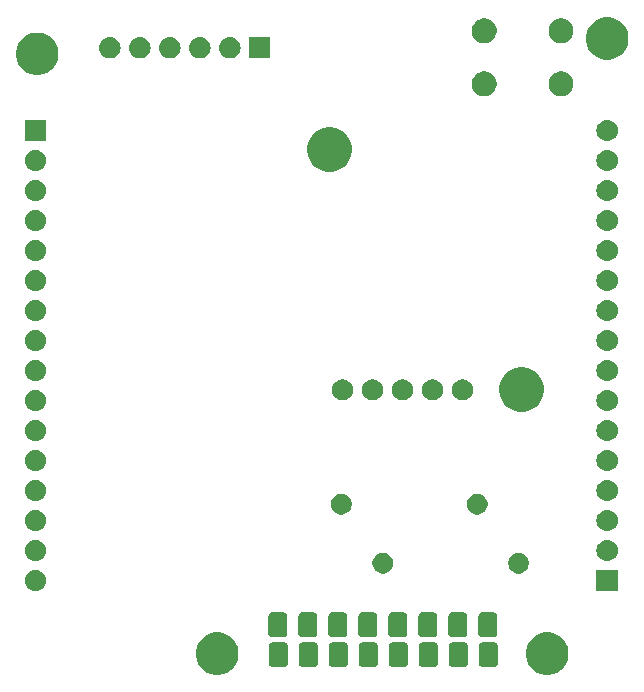
<source format=gbr>
G04 #@! TF.GenerationSoftware,KiCad,Pcbnew,(5.1.4)-1*
G04 #@! TF.CreationDate,2020-08-17T08:14:46+02:00*
G04 #@! TF.ProjectId,proto,70726f74-6f2e-46b6-9963-61645f706362,rev?*
G04 #@! TF.SameCoordinates,Original*
G04 #@! TF.FileFunction,Soldermask,Bot*
G04 #@! TF.FilePolarity,Negative*
%FSLAX46Y46*%
G04 Gerber Fmt 4.6, Leading zero omitted, Abs format (unit mm)*
G04 Created by KiCad (PCBNEW (5.1.4)-1) date 2020-08-17 08:14:46*
%MOMM*%
%LPD*%
G04 APERTURE LIST*
%ADD10C,0.100000*%
G04 APERTURE END LIST*
D10*
G36*
X171445331Y-127818211D02*
G01*
X171773092Y-127953974D01*
X172068070Y-128151072D01*
X172318928Y-128401930D01*
X172516026Y-128696908D01*
X172651789Y-129024669D01*
X172721000Y-129372616D01*
X172721000Y-129727384D01*
X172651789Y-130075331D01*
X172516026Y-130403092D01*
X172318928Y-130698070D01*
X172068070Y-130948928D01*
X171773092Y-131146026D01*
X171445331Y-131281789D01*
X171097384Y-131351000D01*
X170742616Y-131351000D01*
X170394669Y-131281789D01*
X170066908Y-131146026D01*
X169771930Y-130948928D01*
X169521072Y-130698070D01*
X169323974Y-130403092D01*
X169188211Y-130075331D01*
X169119000Y-129727384D01*
X169119000Y-129372616D01*
X169188211Y-129024669D01*
X169323974Y-128696908D01*
X169521072Y-128401930D01*
X169771930Y-128151072D01*
X170066908Y-127953974D01*
X170394669Y-127818211D01*
X170742616Y-127749000D01*
X171097384Y-127749000D01*
X171445331Y-127818211D01*
X171445331Y-127818211D01*
G37*
G36*
X143505331Y-127818211D02*
G01*
X143833092Y-127953974D01*
X144128070Y-128151072D01*
X144378928Y-128401930D01*
X144576026Y-128696908D01*
X144711789Y-129024669D01*
X144781000Y-129372616D01*
X144781000Y-129727384D01*
X144711789Y-130075331D01*
X144576026Y-130403092D01*
X144378928Y-130698070D01*
X144128070Y-130948928D01*
X143833092Y-131146026D01*
X143505331Y-131281789D01*
X143157384Y-131351000D01*
X142802616Y-131351000D01*
X142454669Y-131281789D01*
X142126908Y-131146026D01*
X141831930Y-130948928D01*
X141581072Y-130698070D01*
X141383974Y-130403092D01*
X141248211Y-130075331D01*
X141179000Y-129727384D01*
X141179000Y-129372616D01*
X141248211Y-129024669D01*
X141383974Y-128696908D01*
X141581072Y-128401930D01*
X141831930Y-128151072D01*
X142126908Y-127953974D01*
X142454669Y-127818211D01*
X142802616Y-127749000D01*
X143157384Y-127749000D01*
X143505331Y-127818211D01*
X143505331Y-127818211D01*
G37*
G36*
X166485993Y-128586203D02*
G01*
X166550411Y-128605744D01*
X166609781Y-128637478D01*
X166661817Y-128680183D01*
X166704522Y-128732219D01*
X166736256Y-128791589D01*
X166755797Y-128856007D01*
X166763000Y-128929140D01*
X166763000Y-130330860D01*
X166755797Y-130403993D01*
X166736256Y-130468411D01*
X166704522Y-130527781D01*
X166661817Y-130579817D01*
X166609781Y-130622522D01*
X166550411Y-130654256D01*
X166485993Y-130673797D01*
X166412860Y-130681000D01*
X165487140Y-130681000D01*
X165414007Y-130673797D01*
X165349589Y-130654256D01*
X165290219Y-130622522D01*
X165238183Y-130579817D01*
X165195478Y-130527781D01*
X165163744Y-130468411D01*
X165144203Y-130403993D01*
X165137000Y-130330860D01*
X165137000Y-128929140D01*
X165144203Y-128856007D01*
X165163744Y-128791589D01*
X165195478Y-128732219D01*
X165238183Y-128680183D01*
X165290219Y-128637478D01*
X165349589Y-128605744D01*
X165414007Y-128586203D01*
X165487140Y-128579000D01*
X166412860Y-128579000D01*
X166485993Y-128586203D01*
X166485993Y-128586203D01*
G37*
G36*
X161405993Y-128586203D02*
G01*
X161470411Y-128605744D01*
X161529781Y-128637478D01*
X161581817Y-128680183D01*
X161624522Y-128732219D01*
X161656256Y-128791589D01*
X161675797Y-128856007D01*
X161683000Y-128929140D01*
X161683000Y-130330860D01*
X161675797Y-130403993D01*
X161656256Y-130468411D01*
X161624522Y-130527781D01*
X161581817Y-130579817D01*
X161529781Y-130622522D01*
X161470411Y-130654256D01*
X161405993Y-130673797D01*
X161332860Y-130681000D01*
X160407140Y-130681000D01*
X160334007Y-130673797D01*
X160269589Y-130654256D01*
X160210219Y-130622522D01*
X160158183Y-130579817D01*
X160115478Y-130527781D01*
X160083744Y-130468411D01*
X160064203Y-130403993D01*
X160057000Y-130330860D01*
X160057000Y-128929140D01*
X160064203Y-128856007D01*
X160083744Y-128791589D01*
X160115478Y-128732219D01*
X160158183Y-128680183D01*
X160210219Y-128637478D01*
X160269589Y-128605744D01*
X160334007Y-128586203D01*
X160407140Y-128579000D01*
X161332860Y-128579000D01*
X161405993Y-128586203D01*
X161405993Y-128586203D01*
G37*
G36*
X163945993Y-128586203D02*
G01*
X164010411Y-128605744D01*
X164069781Y-128637478D01*
X164121817Y-128680183D01*
X164164522Y-128732219D01*
X164196256Y-128791589D01*
X164215797Y-128856007D01*
X164223000Y-128929140D01*
X164223000Y-130330860D01*
X164215797Y-130403993D01*
X164196256Y-130468411D01*
X164164522Y-130527781D01*
X164121817Y-130579817D01*
X164069781Y-130622522D01*
X164010411Y-130654256D01*
X163945993Y-130673797D01*
X163872860Y-130681000D01*
X162947140Y-130681000D01*
X162874007Y-130673797D01*
X162809589Y-130654256D01*
X162750219Y-130622522D01*
X162698183Y-130579817D01*
X162655478Y-130527781D01*
X162623744Y-130468411D01*
X162604203Y-130403993D01*
X162597000Y-130330860D01*
X162597000Y-128929140D01*
X162604203Y-128856007D01*
X162623744Y-128791589D01*
X162655478Y-128732219D01*
X162698183Y-128680183D01*
X162750219Y-128637478D01*
X162809589Y-128605744D01*
X162874007Y-128586203D01*
X162947140Y-128579000D01*
X163872860Y-128579000D01*
X163945993Y-128586203D01*
X163945993Y-128586203D01*
G37*
G36*
X158865993Y-128586203D02*
G01*
X158930411Y-128605744D01*
X158989781Y-128637478D01*
X159041817Y-128680183D01*
X159084522Y-128732219D01*
X159116256Y-128791589D01*
X159135797Y-128856007D01*
X159143000Y-128929140D01*
X159143000Y-130330860D01*
X159135797Y-130403993D01*
X159116256Y-130468411D01*
X159084522Y-130527781D01*
X159041817Y-130579817D01*
X158989781Y-130622522D01*
X158930411Y-130654256D01*
X158865993Y-130673797D01*
X158792860Y-130681000D01*
X157867140Y-130681000D01*
X157794007Y-130673797D01*
X157729589Y-130654256D01*
X157670219Y-130622522D01*
X157618183Y-130579817D01*
X157575478Y-130527781D01*
X157543744Y-130468411D01*
X157524203Y-130403993D01*
X157517000Y-130330860D01*
X157517000Y-128929140D01*
X157524203Y-128856007D01*
X157543744Y-128791589D01*
X157575478Y-128732219D01*
X157618183Y-128680183D01*
X157670219Y-128637478D01*
X157729589Y-128605744D01*
X157794007Y-128586203D01*
X157867140Y-128579000D01*
X158792860Y-128579000D01*
X158865993Y-128586203D01*
X158865993Y-128586203D01*
G37*
G36*
X156325993Y-128586203D02*
G01*
X156390411Y-128605744D01*
X156449781Y-128637478D01*
X156501817Y-128680183D01*
X156544522Y-128732219D01*
X156576256Y-128791589D01*
X156595797Y-128856007D01*
X156603000Y-128929140D01*
X156603000Y-130330860D01*
X156595797Y-130403993D01*
X156576256Y-130468411D01*
X156544522Y-130527781D01*
X156501817Y-130579817D01*
X156449781Y-130622522D01*
X156390411Y-130654256D01*
X156325993Y-130673797D01*
X156252860Y-130681000D01*
X155327140Y-130681000D01*
X155254007Y-130673797D01*
X155189589Y-130654256D01*
X155130219Y-130622522D01*
X155078183Y-130579817D01*
X155035478Y-130527781D01*
X155003744Y-130468411D01*
X154984203Y-130403993D01*
X154977000Y-130330860D01*
X154977000Y-128929140D01*
X154984203Y-128856007D01*
X155003744Y-128791589D01*
X155035478Y-128732219D01*
X155078183Y-128680183D01*
X155130219Y-128637478D01*
X155189589Y-128605744D01*
X155254007Y-128586203D01*
X155327140Y-128579000D01*
X156252860Y-128579000D01*
X156325993Y-128586203D01*
X156325993Y-128586203D01*
G37*
G36*
X153785993Y-128586203D02*
G01*
X153850411Y-128605744D01*
X153909781Y-128637478D01*
X153961817Y-128680183D01*
X154004522Y-128732219D01*
X154036256Y-128791589D01*
X154055797Y-128856007D01*
X154063000Y-128929140D01*
X154063000Y-130330860D01*
X154055797Y-130403993D01*
X154036256Y-130468411D01*
X154004522Y-130527781D01*
X153961817Y-130579817D01*
X153909781Y-130622522D01*
X153850411Y-130654256D01*
X153785993Y-130673797D01*
X153712860Y-130681000D01*
X152787140Y-130681000D01*
X152714007Y-130673797D01*
X152649589Y-130654256D01*
X152590219Y-130622522D01*
X152538183Y-130579817D01*
X152495478Y-130527781D01*
X152463744Y-130468411D01*
X152444203Y-130403993D01*
X152437000Y-130330860D01*
X152437000Y-128929140D01*
X152444203Y-128856007D01*
X152463744Y-128791589D01*
X152495478Y-128732219D01*
X152538183Y-128680183D01*
X152590219Y-128637478D01*
X152649589Y-128605744D01*
X152714007Y-128586203D01*
X152787140Y-128579000D01*
X153712860Y-128579000D01*
X153785993Y-128586203D01*
X153785993Y-128586203D01*
G37*
G36*
X151245993Y-128586203D02*
G01*
X151310411Y-128605744D01*
X151369781Y-128637478D01*
X151421817Y-128680183D01*
X151464522Y-128732219D01*
X151496256Y-128791589D01*
X151515797Y-128856007D01*
X151523000Y-128929140D01*
X151523000Y-130330860D01*
X151515797Y-130403993D01*
X151496256Y-130468411D01*
X151464522Y-130527781D01*
X151421817Y-130579817D01*
X151369781Y-130622522D01*
X151310411Y-130654256D01*
X151245993Y-130673797D01*
X151172860Y-130681000D01*
X150247140Y-130681000D01*
X150174007Y-130673797D01*
X150109589Y-130654256D01*
X150050219Y-130622522D01*
X149998183Y-130579817D01*
X149955478Y-130527781D01*
X149923744Y-130468411D01*
X149904203Y-130403993D01*
X149897000Y-130330860D01*
X149897000Y-128929140D01*
X149904203Y-128856007D01*
X149923744Y-128791589D01*
X149955478Y-128732219D01*
X149998183Y-128680183D01*
X150050219Y-128637478D01*
X150109589Y-128605744D01*
X150174007Y-128586203D01*
X150247140Y-128579000D01*
X151172860Y-128579000D01*
X151245993Y-128586203D01*
X151245993Y-128586203D01*
G37*
G36*
X148705993Y-128586203D02*
G01*
X148770411Y-128605744D01*
X148829781Y-128637478D01*
X148881817Y-128680183D01*
X148924522Y-128732219D01*
X148956256Y-128791589D01*
X148975797Y-128856007D01*
X148983000Y-128929140D01*
X148983000Y-130330860D01*
X148975797Y-130403993D01*
X148956256Y-130468411D01*
X148924522Y-130527781D01*
X148881817Y-130579817D01*
X148829781Y-130622522D01*
X148770411Y-130654256D01*
X148705993Y-130673797D01*
X148632860Y-130681000D01*
X147707140Y-130681000D01*
X147634007Y-130673797D01*
X147569589Y-130654256D01*
X147510219Y-130622522D01*
X147458183Y-130579817D01*
X147415478Y-130527781D01*
X147383744Y-130468411D01*
X147364203Y-130403993D01*
X147357000Y-130330860D01*
X147357000Y-128929140D01*
X147364203Y-128856007D01*
X147383744Y-128791589D01*
X147415478Y-128732219D01*
X147458183Y-128680183D01*
X147510219Y-128637478D01*
X147569589Y-128605744D01*
X147634007Y-128586203D01*
X147707140Y-128579000D01*
X148632860Y-128579000D01*
X148705993Y-128586203D01*
X148705993Y-128586203D01*
G37*
G36*
X158815993Y-126056203D02*
G01*
X158880411Y-126075744D01*
X158939781Y-126107478D01*
X158991817Y-126150183D01*
X159034522Y-126202219D01*
X159066256Y-126261589D01*
X159085797Y-126326007D01*
X159093000Y-126399140D01*
X159093000Y-127800860D01*
X159085797Y-127873993D01*
X159066256Y-127938411D01*
X159034522Y-127997781D01*
X158991817Y-128049817D01*
X158939781Y-128092522D01*
X158880411Y-128124256D01*
X158815993Y-128143797D01*
X158742860Y-128151000D01*
X157817140Y-128151000D01*
X157744007Y-128143797D01*
X157679589Y-128124256D01*
X157620219Y-128092522D01*
X157568183Y-128049817D01*
X157525478Y-127997781D01*
X157493744Y-127938411D01*
X157474203Y-127873993D01*
X157467000Y-127800860D01*
X157467000Y-126399140D01*
X157474203Y-126326007D01*
X157493744Y-126261589D01*
X157525478Y-126202219D01*
X157568183Y-126150183D01*
X157620219Y-126107478D01*
X157679589Y-126075744D01*
X157744007Y-126056203D01*
X157817140Y-126049000D01*
X158742860Y-126049000D01*
X158815993Y-126056203D01*
X158815993Y-126056203D01*
G37*
G36*
X153735993Y-126056203D02*
G01*
X153800411Y-126075744D01*
X153859781Y-126107478D01*
X153911817Y-126150183D01*
X153954522Y-126202219D01*
X153986256Y-126261589D01*
X154005797Y-126326007D01*
X154013000Y-126399140D01*
X154013000Y-127800860D01*
X154005797Y-127873993D01*
X153986256Y-127938411D01*
X153954522Y-127997781D01*
X153911817Y-128049817D01*
X153859781Y-128092522D01*
X153800411Y-128124256D01*
X153735993Y-128143797D01*
X153662860Y-128151000D01*
X152737140Y-128151000D01*
X152664007Y-128143797D01*
X152599589Y-128124256D01*
X152540219Y-128092522D01*
X152488183Y-128049817D01*
X152445478Y-127997781D01*
X152413744Y-127938411D01*
X152394203Y-127873993D01*
X152387000Y-127800860D01*
X152387000Y-126399140D01*
X152394203Y-126326007D01*
X152413744Y-126261589D01*
X152445478Y-126202219D01*
X152488183Y-126150183D01*
X152540219Y-126107478D01*
X152599589Y-126075744D01*
X152664007Y-126056203D01*
X152737140Y-126049000D01*
X153662860Y-126049000D01*
X153735993Y-126056203D01*
X153735993Y-126056203D01*
G37*
G36*
X161355993Y-126056203D02*
G01*
X161420411Y-126075744D01*
X161479781Y-126107478D01*
X161531817Y-126150183D01*
X161574522Y-126202219D01*
X161606256Y-126261589D01*
X161625797Y-126326007D01*
X161633000Y-126399140D01*
X161633000Y-127800860D01*
X161625797Y-127873993D01*
X161606256Y-127938411D01*
X161574522Y-127997781D01*
X161531817Y-128049817D01*
X161479781Y-128092522D01*
X161420411Y-128124256D01*
X161355993Y-128143797D01*
X161282860Y-128151000D01*
X160357140Y-128151000D01*
X160284007Y-128143797D01*
X160219589Y-128124256D01*
X160160219Y-128092522D01*
X160108183Y-128049817D01*
X160065478Y-127997781D01*
X160033744Y-127938411D01*
X160014203Y-127873993D01*
X160007000Y-127800860D01*
X160007000Y-126399140D01*
X160014203Y-126326007D01*
X160033744Y-126261589D01*
X160065478Y-126202219D01*
X160108183Y-126150183D01*
X160160219Y-126107478D01*
X160219589Y-126075744D01*
X160284007Y-126056203D01*
X160357140Y-126049000D01*
X161282860Y-126049000D01*
X161355993Y-126056203D01*
X161355993Y-126056203D01*
G37*
G36*
X163895993Y-126056203D02*
G01*
X163960411Y-126075744D01*
X164019781Y-126107478D01*
X164071817Y-126150183D01*
X164114522Y-126202219D01*
X164146256Y-126261589D01*
X164165797Y-126326007D01*
X164173000Y-126399140D01*
X164173000Y-127800860D01*
X164165797Y-127873993D01*
X164146256Y-127938411D01*
X164114522Y-127997781D01*
X164071817Y-128049817D01*
X164019781Y-128092522D01*
X163960411Y-128124256D01*
X163895993Y-128143797D01*
X163822860Y-128151000D01*
X162897140Y-128151000D01*
X162824007Y-128143797D01*
X162759589Y-128124256D01*
X162700219Y-128092522D01*
X162648183Y-128049817D01*
X162605478Y-127997781D01*
X162573744Y-127938411D01*
X162554203Y-127873993D01*
X162547000Y-127800860D01*
X162547000Y-126399140D01*
X162554203Y-126326007D01*
X162573744Y-126261589D01*
X162605478Y-126202219D01*
X162648183Y-126150183D01*
X162700219Y-126107478D01*
X162759589Y-126075744D01*
X162824007Y-126056203D01*
X162897140Y-126049000D01*
X163822860Y-126049000D01*
X163895993Y-126056203D01*
X163895993Y-126056203D01*
G37*
G36*
X166435993Y-126056203D02*
G01*
X166500411Y-126075744D01*
X166559781Y-126107478D01*
X166611817Y-126150183D01*
X166654522Y-126202219D01*
X166686256Y-126261589D01*
X166705797Y-126326007D01*
X166713000Y-126399140D01*
X166713000Y-127800860D01*
X166705797Y-127873993D01*
X166686256Y-127938411D01*
X166654522Y-127997781D01*
X166611817Y-128049817D01*
X166559781Y-128092522D01*
X166500411Y-128124256D01*
X166435993Y-128143797D01*
X166362860Y-128151000D01*
X165437140Y-128151000D01*
X165364007Y-128143797D01*
X165299589Y-128124256D01*
X165240219Y-128092522D01*
X165188183Y-128049817D01*
X165145478Y-127997781D01*
X165113744Y-127938411D01*
X165094203Y-127873993D01*
X165087000Y-127800860D01*
X165087000Y-126399140D01*
X165094203Y-126326007D01*
X165113744Y-126261589D01*
X165145478Y-126202219D01*
X165188183Y-126150183D01*
X165240219Y-126107478D01*
X165299589Y-126075744D01*
X165364007Y-126056203D01*
X165437140Y-126049000D01*
X166362860Y-126049000D01*
X166435993Y-126056203D01*
X166435993Y-126056203D01*
G37*
G36*
X156275993Y-126056203D02*
G01*
X156340411Y-126075744D01*
X156399781Y-126107478D01*
X156451817Y-126150183D01*
X156494522Y-126202219D01*
X156526256Y-126261589D01*
X156545797Y-126326007D01*
X156553000Y-126399140D01*
X156553000Y-127800860D01*
X156545797Y-127873993D01*
X156526256Y-127938411D01*
X156494522Y-127997781D01*
X156451817Y-128049817D01*
X156399781Y-128092522D01*
X156340411Y-128124256D01*
X156275993Y-128143797D01*
X156202860Y-128151000D01*
X155277140Y-128151000D01*
X155204007Y-128143797D01*
X155139589Y-128124256D01*
X155080219Y-128092522D01*
X155028183Y-128049817D01*
X154985478Y-127997781D01*
X154953744Y-127938411D01*
X154934203Y-127873993D01*
X154927000Y-127800860D01*
X154927000Y-126399140D01*
X154934203Y-126326007D01*
X154953744Y-126261589D01*
X154985478Y-126202219D01*
X155028183Y-126150183D01*
X155080219Y-126107478D01*
X155139589Y-126075744D01*
X155204007Y-126056203D01*
X155277140Y-126049000D01*
X156202860Y-126049000D01*
X156275993Y-126056203D01*
X156275993Y-126056203D01*
G37*
G36*
X151195993Y-126056203D02*
G01*
X151260411Y-126075744D01*
X151319781Y-126107478D01*
X151371817Y-126150183D01*
X151414522Y-126202219D01*
X151446256Y-126261589D01*
X151465797Y-126326007D01*
X151473000Y-126399140D01*
X151473000Y-127800860D01*
X151465797Y-127873993D01*
X151446256Y-127938411D01*
X151414522Y-127997781D01*
X151371817Y-128049817D01*
X151319781Y-128092522D01*
X151260411Y-128124256D01*
X151195993Y-128143797D01*
X151122860Y-128151000D01*
X150197140Y-128151000D01*
X150124007Y-128143797D01*
X150059589Y-128124256D01*
X150000219Y-128092522D01*
X149948183Y-128049817D01*
X149905478Y-127997781D01*
X149873744Y-127938411D01*
X149854203Y-127873993D01*
X149847000Y-127800860D01*
X149847000Y-126399140D01*
X149854203Y-126326007D01*
X149873744Y-126261589D01*
X149905478Y-126202219D01*
X149948183Y-126150183D01*
X150000219Y-126107478D01*
X150059589Y-126075744D01*
X150124007Y-126056203D01*
X150197140Y-126049000D01*
X151122860Y-126049000D01*
X151195993Y-126056203D01*
X151195993Y-126056203D01*
G37*
G36*
X148655993Y-126056203D02*
G01*
X148720411Y-126075744D01*
X148779781Y-126107478D01*
X148831817Y-126150183D01*
X148874522Y-126202219D01*
X148906256Y-126261589D01*
X148925797Y-126326007D01*
X148933000Y-126399140D01*
X148933000Y-127800860D01*
X148925797Y-127873993D01*
X148906256Y-127938411D01*
X148874522Y-127997781D01*
X148831817Y-128049817D01*
X148779781Y-128092522D01*
X148720411Y-128124256D01*
X148655993Y-128143797D01*
X148582860Y-128151000D01*
X147657140Y-128151000D01*
X147584007Y-128143797D01*
X147519589Y-128124256D01*
X147460219Y-128092522D01*
X147408183Y-128049817D01*
X147365478Y-127997781D01*
X147333744Y-127938411D01*
X147314203Y-127873993D01*
X147307000Y-127800860D01*
X147307000Y-126399140D01*
X147314203Y-126326007D01*
X147333744Y-126261589D01*
X147365478Y-126202219D01*
X147408183Y-126150183D01*
X147460219Y-126107478D01*
X147519589Y-126075744D01*
X147584007Y-126056203D01*
X147657140Y-126049000D01*
X148582860Y-126049000D01*
X148655993Y-126056203D01*
X148655993Y-126056203D01*
G37*
G36*
X176901000Y-124251000D02*
G01*
X175099000Y-124251000D01*
X175099000Y-122449000D01*
X176901000Y-122449000D01*
X176901000Y-124251000D01*
X176901000Y-124251000D01*
G37*
G36*
X127710443Y-122455519D02*
G01*
X127776627Y-122462037D01*
X127946466Y-122513557D01*
X128102991Y-122597222D01*
X128138729Y-122626552D01*
X128240186Y-122709814D01*
X128323448Y-122811271D01*
X128352778Y-122847009D01*
X128436443Y-123003534D01*
X128487963Y-123173373D01*
X128505359Y-123350000D01*
X128487963Y-123526627D01*
X128436443Y-123696466D01*
X128352778Y-123852991D01*
X128323448Y-123888729D01*
X128240186Y-123990186D01*
X128138729Y-124073448D01*
X128102991Y-124102778D01*
X127946466Y-124186443D01*
X127776627Y-124237963D01*
X127710443Y-124244481D01*
X127644260Y-124251000D01*
X127555740Y-124251000D01*
X127489557Y-124244481D01*
X127423373Y-124237963D01*
X127253534Y-124186443D01*
X127097009Y-124102778D01*
X127061271Y-124073448D01*
X126959814Y-123990186D01*
X126876552Y-123888729D01*
X126847222Y-123852991D01*
X126763557Y-123696466D01*
X126712037Y-123526627D01*
X126694641Y-123350000D01*
X126712037Y-123173373D01*
X126763557Y-123003534D01*
X126847222Y-122847009D01*
X126876552Y-122811271D01*
X126959814Y-122709814D01*
X127061271Y-122626552D01*
X127097009Y-122597222D01*
X127253534Y-122513557D01*
X127423373Y-122462037D01*
X127489557Y-122455519D01*
X127555740Y-122449000D01*
X127644260Y-122449000D01*
X127710443Y-122455519D01*
X127710443Y-122455519D01*
G37*
G36*
X157255520Y-121057664D02*
G01*
X157414942Y-121123699D01*
X157558418Y-121219566D01*
X157680434Y-121341582D01*
X157776301Y-121485058D01*
X157842336Y-121644480D01*
X157876000Y-121813721D01*
X157876000Y-121986279D01*
X157842336Y-122155520D01*
X157776301Y-122314942D01*
X157680434Y-122458418D01*
X157558418Y-122580434D01*
X157414942Y-122676301D01*
X157255520Y-122742336D01*
X157170899Y-122759168D01*
X157086280Y-122776000D01*
X156913720Y-122776000D01*
X156829101Y-122759168D01*
X156744480Y-122742336D01*
X156585058Y-122676301D01*
X156441582Y-122580434D01*
X156319566Y-122458418D01*
X156223699Y-122314942D01*
X156157664Y-122155520D01*
X156124000Y-121986279D01*
X156124000Y-121813721D01*
X156157664Y-121644480D01*
X156223699Y-121485058D01*
X156319566Y-121341582D01*
X156441582Y-121219566D01*
X156585058Y-121123699D01*
X156744480Y-121057664D01*
X156913720Y-121024000D01*
X157086280Y-121024000D01*
X157255520Y-121057664D01*
X157255520Y-121057664D01*
G37*
G36*
X168755520Y-121057664D02*
G01*
X168914942Y-121123699D01*
X169058418Y-121219566D01*
X169180434Y-121341582D01*
X169276301Y-121485058D01*
X169342336Y-121644480D01*
X169376000Y-121813721D01*
X169376000Y-121986279D01*
X169342336Y-122155520D01*
X169276301Y-122314942D01*
X169180434Y-122458418D01*
X169058418Y-122580434D01*
X168914942Y-122676301D01*
X168755520Y-122742336D01*
X168670899Y-122759168D01*
X168586280Y-122776000D01*
X168413720Y-122776000D01*
X168329101Y-122759168D01*
X168244480Y-122742336D01*
X168085058Y-122676301D01*
X167941582Y-122580434D01*
X167819566Y-122458418D01*
X167723699Y-122314942D01*
X167657664Y-122155520D01*
X167624000Y-121986279D01*
X167624000Y-121813721D01*
X167657664Y-121644480D01*
X167723699Y-121485058D01*
X167819566Y-121341582D01*
X167941582Y-121219566D01*
X168085058Y-121123699D01*
X168244480Y-121057664D01*
X168413720Y-121024000D01*
X168586280Y-121024000D01*
X168755520Y-121057664D01*
X168755520Y-121057664D01*
G37*
G36*
X176110442Y-119915518D02*
G01*
X176176627Y-119922037D01*
X176346466Y-119973557D01*
X176502991Y-120057222D01*
X176538729Y-120086552D01*
X176640186Y-120169814D01*
X176723448Y-120271271D01*
X176752778Y-120307009D01*
X176836443Y-120463534D01*
X176887963Y-120633373D01*
X176905359Y-120810000D01*
X176887963Y-120986627D01*
X176836443Y-121156466D01*
X176752778Y-121312991D01*
X176729314Y-121341582D01*
X176640186Y-121450186D01*
X176538729Y-121533448D01*
X176502991Y-121562778D01*
X176502989Y-121562779D01*
X176350139Y-121644480D01*
X176346466Y-121646443D01*
X176176627Y-121697963D01*
X176110442Y-121704482D01*
X176044260Y-121711000D01*
X175955740Y-121711000D01*
X175889558Y-121704482D01*
X175823373Y-121697963D01*
X175653534Y-121646443D01*
X175649862Y-121644480D01*
X175497011Y-121562779D01*
X175497009Y-121562778D01*
X175461271Y-121533448D01*
X175359814Y-121450186D01*
X175270686Y-121341582D01*
X175247222Y-121312991D01*
X175163557Y-121156466D01*
X175112037Y-120986627D01*
X175094641Y-120810000D01*
X175112037Y-120633373D01*
X175163557Y-120463534D01*
X175247222Y-120307009D01*
X175276552Y-120271271D01*
X175359814Y-120169814D01*
X175461271Y-120086552D01*
X175497009Y-120057222D01*
X175653534Y-119973557D01*
X175823373Y-119922037D01*
X175889558Y-119915518D01*
X175955740Y-119909000D01*
X176044260Y-119909000D01*
X176110442Y-119915518D01*
X176110442Y-119915518D01*
G37*
G36*
X127710442Y-119915518D02*
G01*
X127776627Y-119922037D01*
X127946466Y-119973557D01*
X128102991Y-120057222D01*
X128138729Y-120086552D01*
X128240186Y-120169814D01*
X128323448Y-120271271D01*
X128352778Y-120307009D01*
X128436443Y-120463534D01*
X128487963Y-120633373D01*
X128505359Y-120810000D01*
X128487963Y-120986627D01*
X128436443Y-121156466D01*
X128352778Y-121312991D01*
X128329314Y-121341582D01*
X128240186Y-121450186D01*
X128138729Y-121533448D01*
X128102991Y-121562778D01*
X128102989Y-121562779D01*
X127950139Y-121644480D01*
X127946466Y-121646443D01*
X127776627Y-121697963D01*
X127710442Y-121704482D01*
X127644260Y-121711000D01*
X127555740Y-121711000D01*
X127489558Y-121704482D01*
X127423373Y-121697963D01*
X127253534Y-121646443D01*
X127249862Y-121644480D01*
X127097011Y-121562779D01*
X127097009Y-121562778D01*
X127061271Y-121533448D01*
X126959814Y-121450186D01*
X126870686Y-121341582D01*
X126847222Y-121312991D01*
X126763557Y-121156466D01*
X126712037Y-120986627D01*
X126694641Y-120810000D01*
X126712037Y-120633373D01*
X126763557Y-120463534D01*
X126847222Y-120307009D01*
X126876552Y-120271271D01*
X126959814Y-120169814D01*
X127061271Y-120086552D01*
X127097009Y-120057222D01*
X127253534Y-119973557D01*
X127423373Y-119922037D01*
X127489558Y-119915518D01*
X127555740Y-119909000D01*
X127644260Y-119909000D01*
X127710442Y-119915518D01*
X127710442Y-119915518D01*
G37*
G36*
X176110442Y-117375518D02*
G01*
X176176627Y-117382037D01*
X176346466Y-117433557D01*
X176502991Y-117517222D01*
X176538729Y-117546552D01*
X176640186Y-117629814D01*
X176723448Y-117731271D01*
X176752778Y-117767009D01*
X176836443Y-117923534D01*
X176887963Y-118093373D01*
X176905359Y-118270000D01*
X176887963Y-118446627D01*
X176836443Y-118616466D01*
X176752778Y-118772991D01*
X176723448Y-118808729D01*
X176640186Y-118910186D01*
X176538729Y-118993448D01*
X176502991Y-119022778D01*
X176346466Y-119106443D01*
X176176627Y-119157963D01*
X176110442Y-119164482D01*
X176044260Y-119171000D01*
X175955740Y-119171000D01*
X175889558Y-119164482D01*
X175823373Y-119157963D01*
X175653534Y-119106443D01*
X175497009Y-119022778D01*
X175461271Y-118993448D01*
X175359814Y-118910186D01*
X175276552Y-118808729D01*
X175247222Y-118772991D01*
X175163557Y-118616466D01*
X175112037Y-118446627D01*
X175094641Y-118270000D01*
X175112037Y-118093373D01*
X175163557Y-117923534D01*
X175247222Y-117767009D01*
X175276552Y-117731271D01*
X175359814Y-117629814D01*
X175461271Y-117546552D01*
X175497009Y-117517222D01*
X175653534Y-117433557D01*
X175823373Y-117382037D01*
X175889558Y-117375518D01*
X175955740Y-117369000D01*
X176044260Y-117369000D01*
X176110442Y-117375518D01*
X176110442Y-117375518D01*
G37*
G36*
X127710442Y-117375518D02*
G01*
X127776627Y-117382037D01*
X127946466Y-117433557D01*
X128102991Y-117517222D01*
X128138729Y-117546552D01*
X128240186Y-117629814D01*
X128323448Y-117731271D01*
X128352778Y-117767009D01*
X128436443Y-117923534D01*
X128487963Y-118093373D01*
X128505359Y-118270000D01*
X128487963Y-118446627D01*
X128436443Y-118616466D01*
X128352778Y-118772991D01*
X128323448Y-118808729D01*
X128240186Y-118910186D01*
X128138729Y-118993448D01*
X128102991Y-119022778D01*
X127946466Y-119106443D01*
X127776627Y-119157963D01*
X127710442Y-119164482D01*
X127644260Y-119171000D01*
X127555740Y-119171000D01*
X127489558Y-119164482D01*
X127423373Y-119157963D01*
X127253534Y-119106443D01*
X127097009Y-119022778D01*
X127061271Y-118993448D01*
X126959814Y-118910186D01*
X126876552Y-118808729D01*
X126847222Y-118772991D01*
X126763557Y-118616466D01*
X126712037Y-118446627D01*
X126694641Y-118270000D01*
X126712037Y-118093373D01*
X126763557Y-117923534D01*
X126847222Y-117767009D01*
X126876552Y-117731271D01*
X126959814Y-117629814D01*
X127061271Y-117546552D01*
X127097009Y-117517222D01*
X127253534Y-117433557D01*
X127423373Y-117382037D01*
X127489558Y-117375518D01*
X127555740Y-117369000D01*
X127644260Y-117369000D01*
X127710442Y-117375518D01*
X127710442Y-117375518D01*
G37*
G36*
X153670899Y-116040832D02*
G01*
X153755520Y-116057664D01*
X153914942Y-116123699D01*
X154058418Y-116219566D01*
X154180434Y-116341582D01*
X154276301Y-116485058D01*
X154342336Y-116644480D01*
X154376000Y-116813721D01*
X154376000Y-116986279D01*
X154342336Y-117155520D01*
X154276301Y-117314942D01*
X154180434Y-117458418D01*
X154058418Y-117580434D01*
X153914942Y-117676301D01*
X153755520Y-117742336D01*
X153586280Y-117776000D01*
X153413720Y-117776000D01*
X153244480Y-117742336D01*
X153085058Y-117676301D01*
X152941582Y-117580434D01*
X152819566Y-117458418D01*
X152723699Y-117314942D01*
X152657664Y-117155520D01*
X152624000Y-116986279D01*
X152624000Y-116813721D01*
X152657664Y-116644480D01*
X152723699Y-116485058D01*
X152819566Y-116341582D01*
X152941582Y-116219566D01*
X153085058Y-116123699D01*
X153244480Y-116057664D01*
X153329101Y-116040832D01*
X153413720Y-116024000D01*
X153586280Y-116024000D01*
X153670899Y-116040832D01*
X153670899Y-116040832D01*
G37*
G36*
X165170899Y-116040832D02*
G01*
X165255520Y-116057664D01*
X165414942Y-116123699D01*
X165558418Y-116219566D01*
X165680434Y-116341582D01*
X165776301Y-116485058D01*
X165842336Y-116644480D01*
X165876000Y-116813721D01*
X165876000Y-116986279D01*
X165842336Y-117155520D01*
X165776301Y-117314942D01*
X165680434Y-117458418D01*
X165558418Y-117580434D01*
X165414942Y-117676301D01*
X165255520Y-117742336D01*
X165086280Y-117776000D01*
X164913720Y-117776000D01*
X164744480Y-117742336D01*
X164585058Y-117676301D01*
X164441582Y-117580434D01*
X164319566Y-117458418D01*
X164223699Y-117314942D01*
X164157664Y-117155520D01*
X164124000Y-116986279D01*
X164124000Y-116813721D01*
X164157664Y-116644480D01*
X164223699Y-116485058D01*
X164319566Y-116341582D01*
X164441582Y-116219566D01*
X164585058Y-116123699D01*
X164744480Y-116057664D01*
X164829101Y-116040832D01*
X164913720Y-116024000D01*
X165086280Y-116024000D01*
X165170899Y-116040832D01*
X165170899Y-116040832D01*
G37*
G36*
X176110443Y-114835519D02*
G01*
X176176627Y-114842037D01*
X176346466Y-114893557D01*
X176502991Y-114977222D01*
X176538729Y-115006552D01*
X176640186Y-115089814D01*
X176723448Y-115191271D01*
X176752778Y-115227009D01*
X176836443Y-115383534D01*
X176887963Y-115553373D01*
X176905359Y-115730000D01*
X176887963Y-115906627D01*
X176836443Y-116076466D01*
X176752778Y-116232991D01*
X176723448Y-116268729D01*
X176640186Y-116370186D01*
X176538729Y-116453448D01*
X176502991Y-116482778D01*
X176346466Y-116566443D01*
X176176627Y-116617963D01*
X176110443Y-116624481D01*
X176044260Y-116631000D01*
X175955740Y-116631000D01*
X175889557Y-116624481D01*
X175823373Y-116617963D01*
X175653534Y-116566443D01*
X175497009Y-116482778D01*
X175461271Y-116453448D01*
X175359814Y-116370186D01*
X175276552Y-116268729D01*
X175247222Y-116232991D01*
X175163557Y-116076466D01*
X175112037Y-115906627D01*
X175094641Y-115730000D01*
X175112037Y-115553373D01*
X175163557Y-115383534D01*
X175247222Y-115227009D01*
X175276552Y-115191271D01*
X175359814Y-115089814D01*
X175461271Y-115006552D01*
X175497009Y-114977222D01*
X175653534Y-114893557D01*
X175823373Y-114842037D01*
X175889557Y-114835519D01*
X175955740Y-114829000D01*
X176044260Y-114829000D01*
X176110443Y-114835519D01*
X176110443Y-114835519D01*
G37*
G36*
X127710443Y-114835519D02*
G01*
X127776627Y-114842037D01*
X127946466Y-114893557D01*
X128102991Y-114977222D01*
X128138729Y-115006552D01*
X128240186Y-115089814D01*
X128323448Y-115191271D01*
X128352778Y-115227009D01*
X128436443Y-115383534D01*
X128487963Y-115553373D01*
X128505359Y-115730000D01*
X128487963Y-115906627D01*
X128436443Y-116076466D01*
X128352778Y-116232991D01*
X128323448Y-116268729D01*
X128240186Y-116370186D01*
X128138729Y-116453448D01*
X128102991Y-116482778D01*
X127946466Y-116566443D01*
X127776627Y-116617963D01*
X127710443Y-116624481D01*
X127644260Y-116631000D01*
X127555740Y-116631000D01*
X127489557Y-116624481D01*
X127423373Y-116617963D01*
X127253534Y-116566443D01*
X127097009Y-116482778D01*
X127061271Y-116453448D01*
X126959814Y-116370186D01*
X126876552Y-116268729D01*
X126847222Y-116232991D01*
X126763557Y-116076466D01*
X126712037Y-115906627D01*
X126694641Y-115730000D01*
X126712037Y-115553373D01*
X126763557Y-115383534D01*
X126847222Y-115227009D01*
X126876552Y-115191271D01*
X126959814Y-115089814D01*
X127061271Y-115006552D01*
X127097009Y-114977222D01*
X127253534Y-114893557D01*
X127423373Y-114842037D01*
X127489557Y-114835519D01*
X127555740Y-114829000D01*
X127644260Y-114829000D01*
X127710443Y-114835519D01*
X127710443Y-114835519D01*
G37*
G36*
X176110443Y-112295519D02*
G01*
X176176627Y-112302037D01*
X176346466Y-112353557D01*
X176502991Y-112437222D01*
X176538729Y-112466552D01*
X176640186Y-112549814D01*
X176723448Y-112651271D01*
X176752778Y-112687009D01*
X176836443Y-112843534D01*
X176887963Y-113013373D01*
X176905359Y-113190000D01*
X176887963Y-113366627D01*
X176836443Y-113536466D01*
X176752778Y-113692991D01*
X176723448Y-113728729D01*
X176640186Y-113830186D01*
X176538729Y-113913448D01*
X176502991Y-113942778D01*
X176346466Y-114026443D01*
X176176627Y-114077963D01*
X176110443Y-114084481D01*
X176044260Y-114091000D01*
X175955740Y-114091000D01*
X175889557Y-114084481D01*
X175823373Y-114077963D01*
X175653534Y-114026443D01*
X175497009Y-113942778D01*
X175461271Y-113913448D01*
X175359814Y-113830186D01*
X175276552Y-113728729D01*
X175247222Y-113692991D01*
X175163557Y-113536466D01*
X175112037Y-113366627D01*
X175094641Y-113190000D01*
X175112037Y-113013373D01*
X175163557Y-112843534D01*
X175247222Y-112687009D01*
X175276552Y-112651271D01*
X175359814Y-112549814D01*
X175461271Y-112466552D01*
X175497009Y-112437222D01*
X175653534Y-112353557D01*
X175823373Y-112302037D01*
X175889557Y-112295519D01*
X175955740Y-112289000D01*
X176044260Y-112289000D01*
X176110443Y-112295519D01*
X176110443Y-112295519D01*
G37*
G36*
X127710443Y-112295519D02*
G01*
X127776627Y-112302037D01*
X127946466Y-112353557D01*
X128102991Y-112437222D01*
X128138729Y-112466552D01*
X128240186Y-112549814D01*
X128323448Y-112651271D01*
X128352778Y-112687009D01*
X128436443Y-112843534D01*
X128487963Y-113013373D01*
X128505359Y-113190000D01*
X128487963Y-113366627D01*
X128436443Y-113536466D01*
X128352778Y-113692991D01*
X128323448Y-113728729D01*
X128240186Y-113830186D01*
X128138729Y-113913448D01*
X128102991Y-113942778D01*
X127946466Y-114026443D01*
X127776627Y-114077963D01*
X127710443Y-114084481D01*
X127644260Y-114091000D01*
X127555740Y-114091000D01*
X127489557Y-114084481D01*
X127423373Y-114077963D01*
X127253534Y-114026443D01*
X127097009Y-113942778D01*
X127061271Y-113913448D01*
X126959814Y-113830186D01*
X126876552Y-113728729D01*
X126847222Y-113692991D01*
X126763557Y-113536466D01*
X126712037Y-113366627D01*
X126694641Y-113190000D01*
X126712037Y-113013373D01*
X126763557Y-112843534D01*
X126847222Y-112687009D01*
X126876552Y-112651271D01*
X126959814Y-112549814D01*
X127061271Y-112466552D01*
X127097009Y-112437222D01*
X127253534Y-112353557D01*
X127423373Y-112302037D01*
X127489557Y-112295519D01*
X127555740Y-112289000D01*
X127644260Y-112289000D01*
X127710443Y-112295519D01*
X127710443Y-112295519D01*
G37*
G36*
X127710443Y-109755519D02*
G01*
X127776627Y-109762037D01*
X127946466Y-109813557D01*
X128102991Y-109897222D01*
X128138729Y-109926552D01*
X128240186Y-110009814D01*
X128323448Y-110111271D01*
X128352778Y-110147009D01*
X128436443Y-110303534D01*
X128487963Y-110473373D01*
X128505359Y-110650000D01*
X128487963Y-110826627D01*
X128436443Y-110996466D01*
X128352778Y-111152991D01*
X128323448Y-111188729D01*
X128240186Y-111290186D01*
X128138729Y-111373448D01*
X128102991Y-111402778D01*
X127946466Y-111486443D01*
X127776627Y-111537963D01*
X127710443Y-111544481D01*
X127644260Y-111551000D01*
X127555740Y-111551000D01*
X127489557Y-111544481D01*
X127423373Y-111537963D01*
X127253534Y-111486443D01*
X127097009Y-111402778D01*
X127061271Y-111373448D01*
X126959814Y-111290186D01*
X126876552Y-111188729D01*
X126847222Y-111152991D01*
X126763557Y-110996466D01*
X126712037Y-110826627D01*
X126694641Y-110650000D01*
X126712037Y-110473373D01*
X126763557Y-110303534D01*
X126847222Y-110147009D01*
X126876552Y-110111271D01*
X126959814Y-110009814D01*
X127061271Y-109926552D01*
X127097009Y-109897222D01*
X127253534Y-109813557D01*
X127423373Y-109762037D01*
X127489557Y-109755519D01*
X127555740Y-109749000D01*
X127644260Y-109749000D01*
X127710443Y-109755519D01*
X127710443Y-109755519D01*
G37*
G36*
X176110443Y-109755519D02*
G01*
X176176627Y-109762037D01*
X176346466Y-109813557D01*
X176502991Y-109897222D01*
X176538729Y-109926552D01*
X176640186Y-110009814D01*
X176723448Y-110111271D01*
X176752778Y-110147009D01*
X176836443Y-110303534D01*
X176887963Y-110473373D01*
X176905359Y-110650000D01*
X176887963Y-110826627D01*
X176836443Y-110996466D01*
X176752778Y-111152991D01*
X176723448Y-111188729D01*
X176640186Y-111290186D01*
X176538729Y-111373448D01*
X176502991Y-111402778D01*
X176346466Y-111486443D01*
X176176627Y-111537963D01*
X176110443Y-111544481D01*
X176044260Y-111551000D01*
X175955740Y-111551000D01*
X175889557Y-111544481D01*
X175823373Y-111537963D01*
X175653534Y-111486443D01*
X175497009Y-111402778D01*
X175461271Y-111373448D01*
X175359814Y-111290186D01*
X175276552Y-111188729D01*
X175247222Y-111152991D01*
X175163557Y-110996466D01*
X175112037Y-110826627D01*
X175094641Y-110650000D01*
X175112037Y-110473373D01*
X175163557Y-110303534D01*
X175247222Y-110147009D01*
X175276552Y-110111271D01*
X175359814Y-110009814D01*
X175461271Y-109926552D01*
X175497009Y-109897222D01*
X175653534Y-109813557D01*
X175823373Y-109762037D01*
X175889557Y-109755519D01*
X175955740Y-109749000D01*
X176044260Y-109749000D01*
X176110443Y-109755519D01*
X176110443Y-109755519D01*
G37*
G36*
X169177532Y-105367191D02*
G01*
X169298667Y-105391286D01*
X169440460Y-105450019D01*
X169640986Y-105533079D01*
X169949067Y-105738932D01*
X170211068Y-106000933D01*
X170416921Y-106309014D01*
X170558714Y-106651334D01*
X170631000Y-107014736D01*
X170631000Y-107385264D01*
X170586892Y-107607009D01*
X170558714Y-107748667D01*
X170501721Y-107886259D01*
X170416921Y-108090986D01*
X170211068Y-108399067D01*
X169949067Y-108661068D01*
X169640986Y-108866921D01*
X169449002Y-108946443D01*
X169298667Y-109008714D01*
X169177532Y-109032809D01*
X168935264Y-109081000D01*
X168564736Y-109081000D01*
X168322468Y-109032809D01*
X168201333Y-109008714D01*
X168050998Y-108946443D01*
X167859014Y-108866921D01*
X167550933Y-108661068D01*
X167288932Y-108399067D01*
X167083079Y-108090986D01*
X166998279Y-107886259D01*
X166941286Y-107748667D01*
X166913108Y-107607009D01*
X166869000Y-107385264D01*
X166869000Y-107014736D01*
X166941286Y-106651334D01*
X167083079Y-106309014D01*
X167288932Y-106000933D01*
X167550933Y-105738932D01*
X167859014Y-105533079D01*
X168059540Y-105450019D01*
X168201333Y-105391286D01*
X168322468Y-105367191D01*
X168564736Y-105319000D01*
X168935264Y-105319000D01*
X169177532Y-105367191D01*
X169177532Y-105367191D01*
G37*
G36*
X127710442Y-107215518D02*
G01*
X127776627Y-107222037D01*
X127946466Y-107273557D01*
X127946468Y-107273558D01*
X128024729Y-107315390D01*
X128102991Y-107357222D01*
X128137158Y-107385262D01*
X128240186Y-107469814D01*
X128323448Y-107571271D01*
X128352778Y-107607009D01*
X128436443Y-107763534D01*
X128487963Y-107933373D01*
X128505359Y-108110000D01*
X128487963Y-108286627D01*
X128436443Y-108456466D01*
X128352778Y-108612991D01*
X128323448Y-108648729D01*
X128240186Y-108750186D01*
X128138729Y-108833448D01*
X128102991Y-108862778D01*
X127946466Y-108946443D01*
X127776627Y-108997963D01*
X127710443Y-109004481D01*
X127644260Y-109011000D01*
X127555740Y-109011000D01*
X127489557Y-109004481D01*
X127423373Y-108997963D01*
X127253534Y-108946443D01*
X127097009Y-108862778D01*
X127061271Y-108833448D01*
X126959814Y-108750186D01*
X126876552Y-108648729D01*
X126847222Y-108612991D01*
X126763557Y-108456466D01*
X126712037Y-108286627D01*
X126694641Y-108110000D01*
X126712037Y-107933373D01*
X126763557Y-107763534D01*
X126847222Y-107607009D01*
X126876552Y-107571271D01*
X126959814Y-107469814D01*
X127062842Y-107385262D01*
X127097009Y-107357222D01*
X127175272Y-107315389D01*
X127253532Y-107273558D01*
X127253534Y-107273557D01*
X127423373Y-107222037D01*
X127489558Y-107215518D01*
X127555740Y-107209000D01*
X127644260Y-107209000D01*
X127710442Y-107215518D01*
X127710442Y-107215518D01*
G37*
G36*
X176110442Y-107215518D02*
G01*
X176176627Y-107222037D01*
X176346466Y-107273557D01*
X176346468Y-107273558D01*
X176424729Y-107315390D01*
X176502991Y-107357222D01*
X176537158Y-107385262D01*
X176640186Y-107469814D01*
X176723448Y-107571271D01*
X176752778Y-107607009D01*
X176836443Y-107763534D01*
X176887963Y-107933373D01*
X176905359Y-108110000D01*
X176887963Y-108286627D01*
X176836443Y-108456466D01*
X176752778Y-108612991D01*
X176723448Y-108648729D01*
X176640186Y-108750186D01*
X176538729Y-108833448D01*
X176502991Y-108862778D01*
X176346466Y-108946443D01*
X176176627Y-108997963D01*
X176110443Y-109004481D01*
X176044260Y-109011000D01*
X175955740Y-109011000D01*
X175889557Y-109004481D01*
X175823373Y-108997963D01*
X175653534Y-108946443D01*
X175497009Y-108862778D01*
X175461271Y-108833448D01*
X175359814Y-108750186D01*
X175276552Y-108648729D01*
X175247222Y-108612991D01*
X175163557Y-108456466D01*
X175112037Y-108286627D01*
X175094641Y-108110000D01*
X175112037Y-107933373D01*
X175163557Y-107763534D01*
X175247222Y-107607009D01*
X175276552Y-107571271D01*
X175359814Y-107469814D01*
X175462842Y-107385262D01*
X175497009Y-107357222D01*
X175575272Y-107315389D01*
X175653532Y-107273558D01*
X175653534Y-107273557D01*
X175823373Y-107222037D01*
X175889558Y-107215518D01*
X175955740Y-107209000D01*
X176044260Y-107209000D01*
X176110442Y-107215518D01*
X176110442Y-107215518D01*
G37*
G36*
X156340810Y-106339135D02*
G01*
X156397707Y-106350452D01*
X156558494Y-106417052D01*
X156558496Y-106417053D01*
X156703196Y-106513738D01*
X156826262Y-106636804D01*
X156922947Y-106781504D01*
X156922948Y-106781506D01*
X156989548Y-106942293D01*
X157023500Y-107112983D01*
X157023500Y-107287017D01*
X156989548Y-107457707D01*
X156927705Y-107607009D01*
X156922947Y-107618496D01*
X156826262Y-107763196D01*
X156703196Y-107886262D01*
X156558496Y-107982947D01*
X156558495Y-107982948D01*
X156558494Y-107982948D01*
X156397707Y-108049548D01*
X156340810Y-108060865D01*
X156227019Y-108083500D01*
X156052981Y-108083500D01*
X155939190Y-108060865D01*
X155882293Y-108049548D01*
X155721506Y-107982948D01*
X155721505Y-107982948D01*
X155721504Y-107982947D01*
X155576804Y-107886262D01*
X155453738Y-107763196D01*
X155357053Y-107618496D01*
X155352295Y-107607009D01*
X155290452Y-107457707D01*
X155256500Y-107287017D01*
X155256500Y-107112983D01*
X155290452Y-106942293D01*
X155357052Y-106781506D01*
X155357053Y-106781504D01*
X155453738Y-106636804D01*
X155576804Y-106513738D01*
X155721504Y-106417053D01*
X155721506Y-106417052D01*
X155882293Y-106350452D01*
X155939190Y-106339135D01*
X156052981Y-106316500D01*
X156227019Y-106316500D01*
X156340810Y-106339135D01*
X156340810Y-106339135D01*
G37*
G36*
X158880810Y-106339135D02*
G01*
X158937707Y-106350452D01*
X159098494Y-106417052D01*
X159098496Y-106417053D01*
X159243196Y-106513738D01*
X159366262Y-106636804D01*
X159462947Y-106781504D01*
X159462948Y-106781506D01*
X159529548Y-106942293D01*
X159563500Y-107112983D01*
X159563500Y-107287017D01*
X159529548Y-107457707D01*
X159467705Y-107607009D01*
X159462947Y-107618496D01*
X159366262Y-107763196D01*
X159243196Y-107886262D01*
X159098496Y-107982947D01*
X159098495Y-107982948D01*
X159098494Y-107982948D01*
X158937707Y-108049548D01*
X158880810Y-108060865D01*
X158767019Y-108083500D01*
X158592981Y-108083500D01*
X158479190Y-108060865D01*
X158422293Y-108049548D01*
X158261506Y-107982948D01*
X158261505Y-107982948D01*
X158261504Y-107982947D01*
X158116804Y-107886262D01*
X157993738Y-107763196D01*
X157897053Y-107618496D01*
X157892295Y-107607009D01*
X157830452Y-107457707D01*
X157796500Y-107287017D01*
X157796500Y-107112983D01*
X157830452Y-106942293D01*
X157897052Y-106781506D01*
X157897053Y-106781504D01*
X157993738Y-106636804D01*
X158116804Y-106513738D01*
X158261504Y-106417053D01*
X158261506Y-106417052D01*
X158422293Y-106350452D01*
X158479190Y-106339135D01*
X158592981Y-106316500D01*
X158767019Y-106316500D01*
X158880810Y-106339135D01*
X158880810Y-106339135D01*
G37*
G36*
X161420810Y-106339135D02*
G01*
X161477707Y-106350452D01*
X161638494Y-106417052D01*
X161638496Y-106417053D01*
X161783196Y-106513738D01*
X161906262Y-106636804D01*
X162002947Y-106781504D01*
X162002948Y-106781506D01*
X162069548Y-106942293D01*
X162103500Y-107112983D01*
X162103500Y-107287017D01*
X162069548Y-107457707D01*
X162007705Y-107607009D01*
X162002947Y-107618496D01*
X161906262Y-107763196D01*
X161783196Y-107886262D01*
X161638496Y-107982947D01*
X161638495Y-107982948D01*
X161638494Y-107982948D01*
X161477707Y-108049548D01*
X161420810Y-108060865D01*
X161307019Y-108083500D01*
X161132981Y-108083500D01*
X161019190Y-108060865D01*
X160962293Y-108049548D01*
X160801506Y-107982948D01*
X160801505Y-107982948D01*
X160801504Y-107982947D01*
X160656804Y-107886262D01*
X160533738Y-107763196D01*
X160437053Y-107618496D01*
X160432295Y-107607009D01*
X160370452Y-107457707D01*
X160336500Y-107287017D01*
X160336500Y-107112983D01*
X160370452Y-106942293D01*
X160437052Y-106781506D01*
X160437053Y-106781504D01*
X160533738Y-106636804D01*
X160656804Y-106513738D01*
X160801504Y-106417053D01*
X160801506Y-106417052D01*
X160962293Y-106350452D01*
X161019190Y-106339135D01*
X161132981Y-106316500D01*
X161307019Y-106316500D01*
X161420810Y-106339135D01*
X161420810Y-106339135D01*
G37*
G36*
X163960810Y-106339135D02*
G01*
X164017707Y-106350452D01*
X164178494Y-106417052D01*
X164178496Y-106417053D01*
X164323196Y-106513738D01*
X164446262Y-106636804D01*
X164542947Y-106781504D01*
X164542948Y-106781506D01*
X164609548Y-106942293D01*
X164643500Y-107112983D01*
X164643500Y-107287017D01*
X164609548Y-107457707D01*
X164547705Y-107607009D01*
X164542947Y-107618496D01*
X164446262Y-107763196D01*
X164323196Y-107886262D01*
X164178496Y-107982947D01*
X164178495Y-107982948D01*
X164178494Y-107982948D01*
X164017707Y-108049548D01*
X163960810Y-108060865D01*
X163847019Y-108083500D01*
X163672981Y-108083500D01*
X163559190Y-108060865D01*
X163502293Y-108049548D01*
X163341506Y-107982948D01*
X163341505Y-107982948D01*
X163341504Y-107982947D01*
X163196804Y-107886262D01*
X163073738Y-107763196D01*
X162977053Y-107618496D01*
X162972295Y-107607009D01*
X162910452Y-107457707D01*
X162876500Y-107287017D01*
X162876500Y-107112983D01*
X162910452Y-106942293D01*
X162977052Y-106781506D01*
X162977053Y-106781504D01*
X163073738Y-106636804D01*
X163196804Y-106513738D01*
X163341504Y-106417053D01*
X163341506Y-106417052D01*
X163502293Y-106350452D01*
X163559190Y-106339135D01*
X163672981Y-106316500D01*
X163847019Y-106316500D01*
X163960810Y-106339135D01*
X163960810Y-106339135D01*
G37*
G36*
X153800810Y-106339135D02*
G01*
X153857707Y-106350452D01*
X154018494Y-106417052D01*
X154018496Y-106417053D01*
X154163196Y-106513738D01*
X154286262Y-106636804D01*
X154382947Y-106781504D01*
X154382948Y-106781506D01*
X154449548Y-106942293D01*
X154483500Y-107112983D01*
X154483500Y-107287017D01*
X154449548Y-107457707D01*
X154387705Y-107607009D01*
X154382947Y-107618496D01*
X154286262Y-107763196D01*
X154163196Y-107886262D01*
X154018496Y-107982947D01*
X154018495Y-107982948D01*
X154018494Y-107982948D01*
X153857707Y-108049548D01*
X153800810Y-108060865D01*
X153687019Y-108083500D01*
X153512981Y-108083500D01*
X153399190Y-108060865D01*
X153342293Y-108049548D01*
X153181506Y-107982948D01*
X153181505Y-107982948D01*
X153181504Y-107982947D01*
X153036804Y-107886262D01*
X152913738Y-107763196D01*
X152817053Y-107618496D01*
X152812295Y-107607009D01*
X152750452Y-107457707D01*
X152716500Y-107287017D01*
X152716500Y-107112983D01*
X152750452Y-106942293D01*
X152817052Y-106781506D01*
X152817053Y-106781504D01*
X152913738Y-106636804D01*
X153036804Y-106513738D01*
X153181504Y-106417053D01*
X153181506Y-106417052D01*
X153342293Y-106350452D01*
X153399190Y-106339135D01*
X153512981Y-106316500D01*
X153687019Y-106316500D01*
X153800810Y-106339135D01*
X153800810Y-106339135D01*
G37*
G36*
X127710443Y-104675519D02*
G01*
X127776627Y-104682037D01*
X127946466Y-104733557D01*
X128102991Y-104817222D01*
X128138729Y-104846552D01*
X128240186Y-104929814D01*
X128323448Y-105031271D01*
X128352778Y-105067009D01*
X128436443Y-105223534D01*
X128487963Y-105393373D01*
X128505359Y-105570000D01*
X128487963Y-105746627D01*
X128436443Y-105916466D01*
X128352778Y-106072991D01*
X128323448Y-106108729D01*
X128240186Y-106210186D01*
X128138729Y-106293448D01*
X128102991Y-106322778D01*
X127946466Y-106406443D01*
X127776627Y-106457963D01*
X127710442Y-106464482D01*
X127644260Y-106471000D01*
X127555740Y-106471000D01*
X127489558Y-106464482D01*
X127423373Y-106457963D01*
X127253534Y-106406443D01*
X127097009Y-106322778D01*
X127061271Y-106293448D01*
X126959814Y-106210186D01*
X126876552Y-106108729D01*
X126847222Y-106072991D01*
X126763557Y-105916466D01*
X126712037Y-105746627D01*
X126694641Y-105570000D01*
X126712037Y-105393373D01*
X126763557Y-105223534D01*
X126847222Y-105067009D01*
X126876552Y-105031271D01*
X126959814Y-104929814D01*
X127061271Y-104846552D01*
X127097009Y-104817222D01*
X127253534Y-104733557D01*
X127423373Y-104682037D01*
X127489557Y-104675519D01*
X127555740Y-104669000D01*
X127644260Y-104669000D01*
X127710443Y-104675519D01*
X127710443Y-104675519D01*
G37*
G36*
X176110443Y-104675519D02*
G01*
X176176627Y-104682037D01*
X176346466Y-104733557D01*
X176502991Y-104817222D01*
X176538729Y-104846552D01*
X176640186Y-104929814D01*
X176723448Y-105031271D01*
X176752778Y-105067009D01*
X176836443Y-105223534D01*
X176887963Y-105393373D01*
X176905359Y-105570000D01*
X176887963Y-105746627D01*
X176836443Y-105916466D01*
X176752778Y-106072991D01*
X176723448Y-106108729D01*
X176640186Y-106210186D01*
X176538729Y-106293448D01*
X176502991Y-106322778D01*
X176346466Y-106406443D01*
X176176627Y-106457963D01*
X176110442Y-106464482D01*
X176044260Y-106471000D01*
X175955740Y-106471000D01*
X175889558Y-106464482D01*
X175823373Y-106457963D01*
X175653534Y-106406443D01*
X175497009Y-106322778D01*
X175461271Y-106293448D01*
X175359814Y-106210186D01*
X175276552Y-106108729D01*
X175247222Y-106072991D01*
X175163557Y-105916466D01*
X175112037Y-105746627D01*
X175094641Y-105570000D01*
X175112037Y-105393373D01*
X175163557Y-105223534D01*
X175247222Y-105067009D01*
X175276552Y-105031271D01*
X175359814Y-104929814D01*
X175461271Y-104846552D01*
X175497009Y-104817222D01*
X175653534Y-104733557D01*
X175823373Y-104682037D01*
X175889557Y-104675519D01*
X175955740Y-104669000D01*
X176044260Y-104669000D01*
X176110443Y-104675519D01*
X176110443Y-104675519D01*
G37*
G36*
X176110442Y-102135518D02*
G01*
X176176627Y-102142037D01*
X176346466Y-102193557D01*
X176502991Y-102277222D01*
X176538729Y-102306552D01*
X176640186Y-102389814D01*
X176723448Y-102491271D01*
X176752778Y-102527009D01*
X176836443Y-102683534D01*
X176887963Y-102853373D01*
X176905359Y-103030000D01*
X176887963Y-103206627D01*
X176836443Y-103376466D01*
X176752778Y-103532991D01*
X176723448Y-103568729D01*
X176640186Y-103670186D01*
X176538729Y-103753448D01*
X176502991Y-103782778D01*
X176346466Y-103866443D01*
X176176627Y-103917963D01*
X176110443Y-103924481D01*
X176044260Y-103931000D01*
X175955740Y-103931000D01*
X175889558Y-103924482D01*
X175823373Y-103917963D01*
X175653534Y-103866443D01*
X175497009Y-103782778D01*
X175461271Y-103753448D01*
X175359814Y-103670186D01*
X175276552Y-103568729D01*
X175247222Y-103532991D01*
X175163557Y-103376466D01*
X175112037Y-103206627D01*
X175094641Y-103030000D01*
X175112037Y-102853373D01*
X175163557Y-102683534D01*
X175247222Y-102527009D01*
X175276552Y-102491271D01*
X175359814Y-102389814D01*
X175461271Y-102306552D01*
X175497009Y-102277222D01*
X175653534Y-102193557D01*
X175823373Y-102142037D01*
X175889558Y-102135518D01*
X175955740Y-102129000D01*
X176044260Y-102129000D01*
X176110442Y-102135518D01*
X176110442Y-102135518D01*
G37*
G36*
X127710442Y-102135518D02*
G01*
X127776627Y-102142037D01*
X127946466Y-102193557D01*
X128102991Y-102277222D01*
X128138729Y-102306552D01*
X128240186Y-102389814D01*
X128323448Y-102491271D01*
X128352778Y-102527009D01*
X128436443Y-102683534D01*
X128487963Y-102853373D01*
X128505359Y-103030000D01*
X128487963Y-103206627D01*
X128436443Y-103376466D01*
X128352778Y-103532991D01*
X128323448Y-103568729D01*
X128240186Y-103670186D01*
X128138729Y-103753448D01*
X128102991Y-103782778D01*
X127946466Y-103866443D01*
X127776627Y-103917963D01*
X127710443Y-103924481D01*
X127644260Y-103931000D01*
X127555740Y-103931000D01*
X127489558Y-103924482D01*
X127423373Y-103917963D01*
X127253534Y-103866443D01*
X127097009Y-103782778D01*
X127061271Y-103753448D01*
X126959814Y-103670186D01*
X126876552Y-103568729D01*
X126847222Y-103532991D01*
X126763557Y-103376466D01*
X126712037Y-103206627D01*
X126694641Y-103030000D01*
X126712037Y-102853373D01*
X126763557Y-102683534D01*
X126847222Y-102527009D01*
X126876552Y-102491271D01*
X126959814Y-102389814D01*
X127061271Y-102306552D01*
X127097009Y-102277222D01*
X127253534Y-102193557D01*
X127423373Y-102142037D01*
X127489558Y-102135518D01*
X127555740Y-102129000D01*
X127644260Y-102129000D01*
X127710442Y-102135518D01*
X127710442Y-102135518D01*
G37*
G36*
X176110442Y-99595518D02*
G01*
X176176627Y-99602037D01*
X176346466Y-99653557D01*
X176502991Y-99737222D01*
X176538729Y-99766552D01*
X176640186Y-99849814D01*
X176723448Y-99951271D01*
X176752778Y-99987009D01*
X176836443Y-100143534D01*
X176887963Y-100313373D01*
X176905359Y-100490000D01*
X176887963Y-100666627D01*
X176836443Y-100836466D01*
X176752778Y-100992991D01*
X176723448Y-101028729D01*
X176640186Y-101130186D01*
X176538729Y-101213448D01*
X176502991Y-101242778D01*
X176346466Y-101326443D01*
X176176627Y-101377963D01*
X176110443Y-101384481D01*
X176044260Y-101391000D01*
X175955740Y-101391000D01*
X175889558Y-101384482D01*
X175823373Y-101377963D01*
X175653534Y-101326443D01*
X175497009Y-101242778D01*
X175461271Y-101213448D01*
X175359814Y-101130186D01*
X175276552Y-101028729D01*
X175247222Y-100992991D01*
X175163557Y-100836466D01*
X175112037Y-100666627D01*
X175094641Y-100490000D01*
X175112037Y-100313373D01*
X175163557Y-100143534D01*
X175247222Y-99987009D01*
X175276552Y-99951271D01*
X175359814Y-99849814D01*
X175461271Y-99766552D01*
X175497009Y-99737222D01*
X175653534Y-99653557D01*
X175823373Y-99602037D01*
X175889558Y-99595518D01*
X175955740Y-99589000D01*
X176044260Y-99589000D01*
X176110442Y-99595518D01*
X176110442Y-99595518D01*
G37*
G36*
X127710442Y-99595518D02*
G01*
X127776627Y-99602037D01*
X127946466Y-99653557D01*
X128102991Y-99737222D01*
X128138729Y-99766552D01*
X128240186Y-99849814D01*
X128323448Y-99951271D01*
X128352778Y-99987009D01*
X128436443Y-100143534D01*
X128487963Y-100313373D01*
X128505359Y-100490000D01*
X128487963Y-100666627D01*
X128436443Y-100836466D01*
X128352778Y-100992991D01*
X128323448Y-101028729D01*
X128240186Y-101130186D01*
X128138729Y-101213448D01*
X128102991Y-101242778D01*
X127946466Y-101326443D01*
X127776627Y-101377963D01*
X127710443Y-101384481D01*
X127644260Y-101391000D01*
X127555740Y-101391000D01*
X127489558Y-101384482D01*
X127423373Y-101377963D01*
X127253534Y-101326443D01*
X127097009Y-101242778D01*
X127061271Y-101213448D01*
X126959814Y-101130186D01*
X126876552Y-101028729D01*
X126847222Y-100992991D01*
X126763557Y-100836466D01*
X126712037Y-100666627D01*
X126694641Y-100490000D01*
X126712037Y-100313373D01*
X126763557Y-100143534D01*
X126847222Y-99987009D01*
X126876552Y-99951271D01*
X126959814Y-99849814D01*
X127061271Y-99766552D01*
X127097009Y-99737222D01*
X127253534Y-99653557D01*
X127423373Y-99602037D01*
X127489558Y-99595518D01*
X127555740Y-99589000D01*
X127644260Y-99589000D01*
X127710442Y-99595518D01*
X127710442Y-99595518D01*
G37*
G36*
X127710442Y-97055518D02*
G01*
X127776627Y-97062037D01*
X127946466Y-97113557D01*
X128102991Y-97197222D01*
X128138729Y-97226552D01*
X128240186Y-97309814D01*
X128323448Y-97411271D01*
X128352778Y-97447009D01*
X128436443Y-97603534D01*
X128487963Y-97773373D01*
X128505359Y-97950000D01*
X128487963Y-98126627D01*
X128436443Y-98296466D01*
X128352778Y-98452991D01*
X128323448Y-98488729D01*
X128240186Y-98590186D01*
X128138729Y-98673448D01*
X128102991Y-98702778D01*
X127946466Y-98786443D01*
X127776627Y-98837963D01*
X127710443Y-98844481D01*
X127644260Y-98851000D01*
X127555740Y-98851000D01*
X127489557Y-98844481D01*
X127423373Y-98837963D01*
X127253534Y-98786443D01*
X127097009Y-98702778D01*
X127061271Y-98673448D01*
X126959814Y-98590186D01*
X126876552Y-98488729D01*
X126847222Y-98452991D01*
X126763557Y-98296466D01*
X126712037Y-98126627D01*
X126694641Y-97950000D01*
X126712037Y-97773373D01*
X126763557Y-97603534D01*
X126847222Y-97447009D01*
X126876552Y-97411271D01*
X126959814Y-97309814D01*
X127061271Y-97226552D01*
X127097009Y-97197222D01*
X127253534Y-97113557D01*
X127423373Y-97062037D01*
X127489558Y-97055518D01*
X127555740Y-97049000D01*
X127644260Y-97049000D01*
X127710442Y-97055518D01*
X127710442Y-97055518D01*
G37*
G36*
X176110442Y-97055518D02*
G01*
X176176627Y-97062037D01*
X176346466Y-97113557D01*
X176502991Y-97197222D01*
X176538729Y-97226552D01*
X176640186Y-97309814D01*
X176723448Y-97411271D01*
X176752778Y-97447009D01*
X176836443Y-97603534D01*
X176887963Y-97773373D01*
X176905359Y-97950000D01*
X176887963Y-98126627D01*
X176836443Y-98296466D01*
X176752778Y-98452991D01*
X176723448Y-98488729D01*
X176640186Y-98590186D01*
X176538729Y-98673448D01*
X176502991Y-98702778D01*
X176346466Y-98786443D01*
X176176627Y-98837963D01*
X176110443Y-98844481D01*
X176044260Y-98851000D01*
X175955740Y-98851000D01*
X175889557Y-98844481D01*
X175823373Y-98837963D01*
X175653534Y-98786443D01*
X175497009Y-98702778D01*
X175461271Y-98673448D01*
X175359814Y-98590186D01*
X175276552Y-98488729D01*
X175247222Y-98452991D01*
X175163557Y-98296466D01*
X175112037Y-98126627D01*
X175094641Y-97950000D01*
X175112037Y-97773373D01*
X175163557Y-97603534D01*
X175247222Y-97447009D01*
X175276552Y-97411271D01*
X175359814Y-97309814D01*
X175461271Y-97226552D01*
X175497009Y-97197222D01*
X175653534Y-97113557D01*
X175823373Y-97062037D01*
X175889558Y-97055518D01*
X175955740Y-97049000D01*
X176044260Y-97049000D01*
X176110442Y-97055518D01*
X176110442Y-97055518D01*
G37*
G36*
X176110443Y-94515519D02*
G01*
X176176627Y-94522037D01*
X176346466Y-94573557D01*
X176502991Y-94657222D01*
X176538729Y-94686552D01*
X176640186Y-94769814D01*
X176723448Y-94871271D01*
X176752778Y-94907009D01*
X176836443Y-95063534D01*
X176887963Y-95233373D01*
X176905359Y-95410000D01*
X176887963Y-95586627D01*
X176836443Y-95756466D01*
X176752778Y-95912991D01*
X176723448Y-95948729D01*
X176640186Y-96050186D01*
X176538729Y-96133448D01*
X176502991Y-96162778D01*
X176346466Y-96246443D01*
X176176627Y-96297963D01*
X176110442Y-96304482D01*
X176044260Y-96311000D01*
X175955740Y-96311000D01*
X175889558Y-96304482D01*
X175823373Y-96297963D01*
X175653534Y-96246443D01*
X175497009Y-96162778D01*
X175461271Y-96133448D01*
X175359814Y-96050186D01*
X175276552Y-95948729D01*
X175247222Y-95912991D01*
X175163557Y-95756466D01*
X175112037Y-95586627D01*
X175094641Y-95410000D01*
X175112037Y-95233373D01*
X175163557Y-95063534D01*
X175247222Y-94907009D01*
X175276552Y-94871271D01*
X175359814Y-94769814D01*
X175461271Y-94686552D01*
X175497009Y-94657222D01*
X175653534Y-94573557D01*
X175823373Y-94522037D01*
X175889557Y-94515519D01*
X175955740Y-94509000D01*
X176044260Y-94509000D01*
X176110443Y-94515519D01*
X176110443Y-94515519D01*
G37*
G36*
X127710443Y-94515519D02*
G01*
X127776627Y-94522037D01*
X127946466Y-94573557D01*
X128102991Y-94657222D01*
X128138729Y-94686552D01*
X128240186Y-94769814D01*
X128323448Y-94871271D01*
X128352778Y-94907009D01*
X128436443Y-95063534D01*
X128487963Y-95233373D01*
X128505359Y-95410000D01*
X128487963Y-95586627D01*
X128436443Y-95756466D01*
X128352778Y-95912991D01*
X128323448Y-95948729D01*
X128240186Y-96050186D01*
X128138729Y-96133448D01*
X128102991Y-96162778D01*
X127946466Y-96246443D01*
X127776627Y-96297963D01*
X127710442Y-96304482D01*
X127644260Y-96311000D01*
X127555740Y-96311000D01*
X127489558Y-96304482D01*
X127423373Y-96297963D01*
X127253534Y-96246443D01*
X127097009Y-96162778D01*
X127061271Y-96133448D01*
X126959814Y-96050186D01*
X126876552Y-95948729D01*
X126847222Y-95912991D01*
X126763557Y-95756466D01*
X126712037Y-95586627D01*
X126694641Y-95410000D01*
X126712037Y-95233373D01*
X126763557Y-95063534D01*
X126847222Y-94907009D01*
X126876552Y-94871271D01*
X126959814Y-94769814D01*
X127061271Y-94686552D01*
X127097009Y-94657222D01*
X127253534Y-94573557D01*
X127423373Y-94522037D01*
X127489557Y-94515519D01*
X127555740Y-94509000D01*
X127644260Y-94509000D01*
X127710443Y-94515519D01*
X127710443Y-94515519D01*
G37*
G36*
X176110442Y-91975518D02*
G01*
X176176627Y-91982037D01*
X176346466Y-92033557D01*
X176502991Y-92117222D01*
X176538729Y-92146552D01*
X176640186Y-92229814D01*
X176723448Y-92331271D01*
X176752778Y-92367009D01*
X176836443Y-92523534D01*
X176887963Y-92693373D01*
X176905359Y-92870000D01*
X176887963Y-93046627D01*
X176836443Y-93216466D01*
X176752778Y-93372991D01*
X176723448Y-93408729D01*
X176640186Y-93510186D01*
X176538729Y-93593448D01*
X176502991Y-93622778D01*
X176346466Y-93706443D01*
X176176627Y-93757963D01*
X176110443Y-93764481D01*
X176044260Y-93771000D01*
X175955740Y-93771000D01*
X175889557Y-93764481D01*
X175823373Y-93757963D01*
X175653534Y-93706443D01*
X175497009Y-93622778D01*
X175461271Y-93593448D01*
X175359814Y-93510186D01*
X175276552Y-93408729D01*
X175247222Y-93372991D01*
X175163557Y-93216466D01*
X175112037Y-93046627D01*
X175094641Y-92870000D01*
X175112037Y-92693373D01*
X175163557Y-92523534D01*
X175247222Y-92367009D01*
X175276552Y-92331271D01*
X175359814Y-92229814D01*
X175461271Y-92146552D01*
X175497009Y-92117222D01*
X175653534Y-92033557D01*
X175823373Y-91982037D01*
X175889557Y-91975519D01*
X175955740Y-91969000D01*
X176044260Y-91969000D01*
X176110442Y-91975518D01*
X176110442Y-91975518D01*
G37*
G36*
X127710442Y-91975518D02*
G01*
X127776627Y-91982037D01*
X127946466Y-92033557D01*
X128102991Y-92117222D01*
X128138729Y-92146552D01*
X128240186Y-92229814D01*
X128323448Y-92331271D01*
X128352778Y-92367009D01*
X128436443Y-92523534D01*
X128487963Y-92693373D01*
X128505359Y-92870000D01*
X128487963Y-93046627D01*
X128436443Y-93216466D01*
X128352778Y-93372991D01*
X128323448Y-93408729D01*
X128240186Y-93510186D01*
X128138729Y-93593448D01*
X128102991Y-93622778D01*
X127946466Y-93706443D01*
X127776627Y-93757963D01*
X127710443Y-93764481D01*
X127644260Y-93771000D01*
X127555740Y-93771000D01*
X127489557Y-93764481D01*
X127423373Y-93757963D01*
X127253534Y-93706443D01*
X127097009Y-93622778D01*
X127061271Y-93593448D01*
X126959814Y-93510186D01*
X126876552Y-93408729D01*
X126847222Y-93372991D01*
X126763557Y-93216466D01*
X126712037Y-93046627D01*
X126694641Y-92870000D01*
X126712037Y-92693373D01*
X126763557Y-92523534D01*
X126847222Y-92367009D01*
X126876552Y-92331271D01*
X126959814Y-92229814D01*
X127061271Y-92146552D01*
X127097009Y-92117222D01*
X127253534Y-92033557D01*
X127423373Y-91982037D01*
X127489558Y-91975518D01*
X127555740Y-91969000D01*
X127644260Y-91969000D01*
X127710442Y-91975518D01*
X127710442Y-91975518D01*
G37*
G36*
X176110442Y-89435518D02*
G01*
X176176627Y-89442037D01*
X176346466Y-89493557D01*
X176502991Y-89577222D01*
X176538729Y-89606552D01*
X176640186Y-89689814D01*
X176723448Y-89791271D01*
X176752778Y-89827009D01*
X176836443Y-89983534D01*
X176887963Y-90153373D01*
X176905359Y-90330000D01*
X176887963Y-90506627D01*
X176836443Y-90676466D01*
X176752778Y-90832991D01*
X176723448Y-90868729D01*
X176640186Y-90970186D01*
X176538729Y-91053448D01*
X176502991Y-91082778D01*
X176346466Y-91166443D01*
X176176627Y-91217963D01*
X176110442Y-91224482D01*
X176044260Y-91231000D01*
X175955740Y-91231000D01*
X175889558Y-91224482D01*
X175823373Y-91217963D01*
X175653534Y-91166443D01*
X175497009Y-91082778D01*
X175461271Y-91053448D01*
X175359814Y-90970186D01*
X175276552Y-90868729D01*
X175247222Y-90832991D01*
X175163557Y-90676466D01*
X175112037Y-90506627D01*
X175094641Y-90330000D01*
X175112037Y-90153373D01*
X175163557Y-89983534D01*
X175247222Y-89827009D01*
X175276552Y-89791271D01*
X175359814Y-89689814D01*
X175461271Y-89606552D01*
X175497009Y-89577222D01*
X175653534Y-89493557D01*
X175823373Y-89442037D01*
X175889558Y-89435518D01*
X175955740Y-89429000D01*
X176044260Y-89429000D01*
X176110442Y-89435518D01*
X176110442Y-89435518D01*
G37*
G36*
X127710442Y-89435518D02*
G01*
X127776627Y-89442037D01*
X127946466Y-89493557D01*
X128102991Y-89577222D01*
X128138729Y-89606552D01*
X128240186Y-89689814D01*
X128323448Y-89791271D01*
X128352778Y-89827009D01*
X128436443Y-89983534D01*
X128487963Y-90153373D01*
X128505359Y-90330000D01*
X128487963Y-90506627D01*
X128436443Y-90676466D01*
X128352778Y-90832991D01*
X128323448Y-90868729D01*
X128240186Y-90970186D01*
X128138729Y-91053448D01*
X128102991Y-91082778D01*
X127946466Y-91166443D01*
X127776627Y-91217963D01*
X127710442Y-91224482D01*
X127644260Y-91231000D01*
X127555740Y-91231000D01*
X127489558Y-91224482D01*
X127423373Y-91217963D01*
X127253534Y-91166443D01*
X127097009Y-91082778D01*
X127061271Y-91053448D01*
X126959814Y-90970186D01*
X126876552Y-90868729D01*
X126847222Y-90832991D01*
X126763557Y-90676466D01*
X126712037Y-90506627D01*
X126694641Y-90330000D01*
X126712037Y-90153373D01*
X126763557Y-89983534D01*
X126847222Y-89827009D01*
X126876552Y-89791271D01*
X126959814Y-89689814D01*
X127061271Y-89606552D01*
X127097009Y-89577222D01*
X127253534Y-89493557D01*
X127423373Y-89442037D01*
X127489558Y-89435518D01*
X127555740Y-89429000D01*
X127644260Y-89429000D01*
X127710442Y-89435518D01*
X127710442Y-89435518D01*
G37*
G36*
X152927532Y-85047191D02*
G01*
X153048667Y-85071286D01*
X153190460Y-85130019D01*
X153390986Y-85213079D01*
X153699067Y-85418932D01*
X153961068Y-85680933D01*
X154166921Y-85989014D01*
X154308714Y-86331334D01*
X154381000Y-86694736D01*
X154381000Y-87065264D01*
X154336892Y-87287009D01*
X154308714Y-87428667D01*
X154249981Y-87570460D01*
X154166921Y-87770986D01*
X153961068Y-88079067D01*
X153699067Y-88341068D01*
X153390986Y-88546921D01*
X153199002Y-88626443D01*
X153048667Y-88688714D01*
X152927532Y-88712809D01*
X152685264Y-88761000D01*
X152314736Y-88761000D01*
X152072468Y-88712809D01*
X151951333Y-88688714D01*
X151800998Y-88626443D01*
X151609014Y-88546921D01*
X151300933Y-88341068D01*
X151038932Y-88079067D01*
X150833079Y-87770986D01*
X150750019Y-87570460D01*
X150691286Y-87428667D01*
X150663108Y-87287009D01*
X150619000Y-87065264D01*
X150619000Y-86694736D01*
X150691286Y-86331334D01*
X150833079Y-85989014D01*
X151038932Y-85680933D01*
X151300933Y-85418932D01*
X151609014Y-85213079D01*
X151809540Y-85130019D01*
X151951333Y-85071286D01*
X152072468Y-85047191D01*
X152314736Y-84999000D01*
X152685264Y-84999000D01*
X152927532Y-85047191D01*
X152927532Y-85047191D01*
G37*
G36*
X176110443Y-86895519D02*
G01*
X176176627Y-86902037D01*
X176346466Y-86953557D01*
X176502991Y-87037222D01*
X176537158Y-87065262D01*
X176640186Y-87149814D01*
X176723448Y-87251271D01*
X176752778Y-87287009D01*
X176836443Y-87443534D01*
X176887963Y-87613373D01*
X176905359Y-87790000D01*
X176887963Y-87966627D01*
X176836443Y-88136466D01*
X176752778Y-88292991D01*
X176723448Y-88328729D01*
X176640186Y-88430186D01*
X176538729Y-88513448D01*
X176502991Y-88542778D01*
X176346466Y-88626443D01*
X176176627Y-88677963D01*
X176110443Y-88684481D01*
X176044260Y-88691000D01*
X175955740Y-88691000D01*
X175889557Y-88684481D01*
X175823373Y-88677963D01*
X175653534Y-88626443D01*
X175497009Y-88542778D01*
X175461271Y-88513448D01*
X175359814Y-88430186D01*
X175276552Y-88328729D01*
X175247222Y-88292991D01*
X175163557Y-88136466D01*
X175112037Y-87966627D01*
X175094641Y-87790000D01*
X175112037Y-87613373D01*
X175163557Y-87443534D01*
X175247222Y-87287009D01*
X175276552Y-87251271D01*
X175359814Y-87149814D01*
X175462842Y-87065262D01*
X175497009Y-87037222D01*
X175653534Y-86953557D01*
X175823373Y-86902037D01*
X175889557Y-86895519D01*
X175955740Y-86889000D01*
X176044260Y-86889000D01*
X176110443Y-86895519D01*
X176110443Y-86895519D01*
G37*
G36*
X127710443Y-86895519D02*
G01*
X127776627Y-86902037D01*
X127946466Y-86953557D01*
X128102991Y-87037222D01*
X128137158Y-87065262D01*
X128240186Y-87149814D01*
X128323448Y-87251271D01*
X128352778Y-87287009D01*
X128436443Y-87443534D01*
X128487963Y-87613373D01*
X128505359Y-87790000D01*
X128487963Y-87966627D01*
X128436443Y-88136466D01*
X128352778Y-88292991D01*
X128323448Y-88328729D01*
X128240186Y-88430186D01*
X128138729Y-88513448D01*
X128102991Y-88542778D01*
X127946466Y-88626443D01*
X127776627Y-88677963D01*
X127710443Y-88684481D01*
X127644260Y-88691000D01*
X127555740Y-88691000D01*
X127489557Y-88684481D01*
X127423373Y-88677963D01*
X127253534Y-88626443D01*
X127097009Y-88542778D01*
X127061271Y-88513448D01*
X126959814Y-88430186D01*
X126876552Y-88328729D01*
X126847222Y-88292991D01*
X126763557Y-88136466D01*
X126712037Y-87966627D01*
X126694641Y-87790000D01*
X126712037Y-87613373D01*
X126763557Y-87443534D01*
X126847222Y-87287009D01*
X126876552Y-87251271D01*
X126959814Y-87149814D01*
X127062842Y-87065262D01*
X127097009Y-87037222D01*
X127253534Y-86953557D01*
X127423373Y-86902037D01*
X127489557Y-86895519D01*
X127555740Y-86889000D01*
X127644260Y-86889000D01*
X127710443Y-86895519D01*
X127710443Y-86895519D01*
G37*
G36*
X176110443Y-84355519D02*
G01*
X176176627Y-84362037D01*
X176346466Y-84413557D01*
X176502991Y-84497222D01*
X176538729Y-84526552D01*
X176640186Y-84609814D01*
X176723448Y-84711271D01*
X176752778Y-84747009D01*
X176836443Y-84903534D01*
X176887963Y-85073373D01*
X176905359Y-85250000D01*
X176887963Y-85426627D01*
X176836443Y-85596466D01*
X176752778Y-85752991D01*
X176723448Y-85788729D01*
X176640186Y-85890186D01*
X176538729Y-85973448D01*
X176502991Y-86002778D01*
X176346466Y-86086443D01*
X176176627Y-86137963D01*
X176110442Y-86144482D01*
X176044260Y-86151000D01*
X175955740Y-86151000D01*
X175889558Y-86144482D01*
X175823373Y-86137963D01*
X175653534Y-86086443D01*
X175497009Y-86002778D01*
X175461271Y-85973448D01*
X175359814Y-85890186D01*
X175276552Y-85788729D01*
X175247222Y-85752991D01*
X175163557Y-85596466D01*
X175112037Y-85426627D01*
X175094641Y-85250000D01*
X175112037Y-85073373D01*
X175163557Y-84903534D01*
X175247222Y-84747009D01*
X175276552Y-84711271D01*
X175359814Y-84609814D01*
X175461271Y-84526552D01*
X175497009Y-84497222D01*
X175653534Y-84413557D01*
X175823373Y-84362037D01*
X175889557Y-84355519D01*
X175955740Y-84349000D01*
X176044260Y-84349000D01*
X176110443Y-84355519D01*
X176110443Y-84355519D01*
G37*
G36*
X128501000Y-86151000D02*
G01*
X126699000Y-86151000D01*
X126699000Y-84349000D01*
X128501000Y-84349000D01*
X128501000Y-86151000D01*
X128501000Y-86151000D01*
G37*
G36*
X172406564Y-80289389D02*
G01*
X172567440Y-80356026D01*
X172597835Y-80368616D01*
X172769973Y-80483635D01*
X172916365Y-80630027D01*
X173031385Y-80802167D01*
X173110611Y-80993436D01*
X173151000Y-81196484D01*
X173151000Y-81403516D01*
X173110611Y-81606564D01*
X173031385Y-81797833D01*
X173031384Y-81797835D01*
X172916365Y-81969973D01*
X172769973Y-82116365D01*
X172597835Y-82231384D01*
X172597834Y-82231385D01*
X172597833Y-82231385D01*
X172406564Y-82310611D01*
X172203516Y-82351000D01*
X171996484Y-82351000D01*
X171793436Y-82310611D01*
X171602167Y-82231385D01*
X171602166Y-82231385D01*
X171602165Y-82231384D01*
X171430027Y-82116365D01*
X171283635Y-81969973D01*
X171168616Y-81797835D01*
X171168615Y-81797833D01*
X171089389Y-81606564D01*
X171049000Y-81403516D01*
X171049000Y-81196484D01*
X171089389Y-80993436D01*
X171168615Y-80802167D01*
X171283635Y-80630027D01*
X171430027Y-80483635D01*
X171602165Y-80368616D01*
X171632560Y-80356026D01*
X171793436Y-80289389D01*
X171996484Y-80249000D01*
X172203516Y-80249000D01*
X172406564Y-80289389D01*
X172406564Y-80289389D01*
G37*
G36*
X165906564Y-80289389D02*
G01*
X166067440Y-80356026D01*
X166097835Y-80368616D01*
X166269973Y-80483635D01*
X166416365Y-80630027D01*
X166531385Y-80802167D01*
X166610611Y-80993436D01*
X166651000Y-81196484D01*
X166651000Y-81403516D01*
X166610611Y-81606564D01*
X166531385Y-81797833D01*
X166531384Y-81797835D01*
X166416365Y-81969973D01*
X166269973Y-82116365D01*
X166097835Y-82231384D01*
X166097834Y-82231385D01*
X166097833Y-82231385D01*
X165906564Y-82310611D01*
X165703516Y-82351000D01*
X165496484Y-82351000D01*
X165293436Y-82310611D01*
X165102167Y-82231385D01*
X165102166Y-82231385D01*
X165102165Y-82231384D01*
X164930027Y-82116365D01*
X164783635Y-81969973D01*
X164668616Y-81797835D01*
X164668615Y-81797833D01*
X164589389Y-81606564D01*
X164549000Y-81403516D01*
X164549000Y-81196484D01*
X164589389Y-80993436D01*
X164668615Y-80802167D01*
X164783635Y-80630027D01*
X164930027Y-80483635D01*
X165102165Y-80368616D01*
X165132560Y-80356026D01*
X165293436Y-80289389D01*
X165496484Y-80249000D01*
X165703516Y-80249000D01*
X165906564Y-80289389D01*
X165906564Y-80289389D01*
G37*
G36*
X128275331Y-77028211D02*
G01*
X128603092Y-77163974D01*
X128898070Y-77361072D01*
X129148928Y-77611930D01*
X129346026Y-77906908D01*
X129481789Y-78234669D01*
X129551000Y-78582616D01*
X129551000Y-78937384D01*
X129481789Y-79285331D01*
X129346026Y-79613092D01*
X129148928Y-79908070D01*
X128898070Y-80158928D01*
X128603092Y-80356026D01*
X128275331Y-80491789D01*
X127927384Y-80561000D01*
X127572616Y-80561000D01*
X127224669Y-80491789D01*
X126896908Y-80356026D01*
X126601930Y-80158928D01*
X126351072Y-79908070D01*
X126153974Y-79613092D01*
X126018211Y-79285331D01*
X125949000Y-78937384D01*
X125949000Y-78582616D01*
X126018211Y-78234669D01*
X126153974Y-77906908D01*
X126351072Y-77611930D01*
X126601930Y-77361072D01*
X126896908Y-77163974D01*
X127224669Y-77028211D01*
X127572616Y-76959000D01*
X127927384Y-76959000D01*
X128275331Y-77028211D01*
X128275331Y-77028211D01*
G37*
G36*
X176525331Y-75738211D02*
G01*
X176853092Y-75873974D01*
X177148070Y-76071072D01*
X177398928Y-76321930D01*
X177596026Y-76616908D01*
X177731789Y-76944669D01*
X177801000Y-77292616D01*
X177801000Y-77647384D01*
X177731789Y-77995331D01*
X177596026Y-78323092D01*
X177398928Y-78618070D01*
X177148070Y-78868928D01*
X176853092Y-79066026D01*
X176525331Y-79201789D01*
X176177384Y-79271000D01*
X175822616Y-79271000D01*
X175474669Y-79201789D01*
X175146908Y-79066026D01*
X174851930Y-78868928D01*
X174601072Y-78618070D01*
X174403974Y-78323092D01*
X174268211Y-77995331D01*
X174199000Y-77647384D01*
X174199000Y-77292616D01*
X174268211Y-76944669D01*
X174403974Y-76616908D01*
X174601072Y-76321930D01*
X174851930Y-76071072D01*
X175146908Y-75873974D01*
X175474669Y-75738211D01*
X175822616Y-75669000D01*
X176177384Y-75669000D01*
X176525331Y-75738211D01*
X176525331Y-75738211D01*
G37*
G36*
X136550443Y-77355519D02*
G01*
X136616627Y-77362037D01*
X136786466Y-77413557D01*
X136942991Y-77497222D01*
X136978729Y-77526552D01*
X137080186Y-77609814D01*
X137163448Y-77711271D01*
X137192778Y-77747009D01*
X137276443Y-77903534D01*
X137327963Y-78073373D01*
X137345359Y-78250000D01*
X137327963Y-78426627D01*
X137276443Y-78596466D01*
X137192778Y-78752991D01*
X137163448Y-78788729D01*
X137080186Y-78890186D01*
X136978729Y-78973448D01*
X136942991Y-79002778D01*
X136786466Y-79086443D01*
X136616627Y-79137963D01*
X136550442Y-79144482D01*
X136484260Y-79151000D01*
X136395740Y-79151000D01*
X136329558Y-79144482D01*
X136263373Y-79137963D01*
X136093534Y-79086443D01*
X135937009Y-79002778D01*
X135901271Y-78973448D01*
X135799814Y-78890186D01*
X135716552Y-78788729D01*
X135687222Y-78752991D01*
X135603557Y-78596466D01*
X135552037Y-78426627D01*
X135534641Y-78250000D01*
X135552037Y-78073373D01*
X135603557Y-77903534D01*
X135687222Y-77747009D01*
X135716552Y-77711271D01*
X135799814Y-77609814D01*
X135901271Y-77526552D01*
X135937009Y-77497222D01*
X136093534Y-77413557D01*
X136263373Y-77362037D01*
X136329557Y-77355519D01*
X136395740Y-77349000D01*
X136484260Y-77349000D01*
X136550443Y-77355519D01*
X136550443Y-77355519D01*
G37*
G36*
X139090443Y-77355519D02*
G01*
X139156627Y-77362037D01*
X139326466Y-77413557D01*
X139482991Y-77497222D01*
X139518729Y-77526552D01*
X139620186Y-77609814D01*
X139703448Y-77711271D01*
X139732778Y-77747009D01*
X139816443Y-77903534D01*
X139867963Y-78073373D01*
X139885359Y-78250000D01*
X139867963Y-78426627D01*
X139816443Y-78596466D01*
X139732778Y-78752991D01*
X139703448Y-78788729D01*
X139620186Y-78890186D01*
X139518729Y-78973448D01*
X139482991Y-79002778D01*
X139326466Y-79086443D01*
X139156627Y-79137963D01*
X139090442Y-79144482D01*
X139024260Y-79151000D01*
X138935740Y-79151000D01*
X138869558Y-79144482D01*
X138803373Y-79137963D01*
X138633534Y-79086443D01*
X138477009Y-79002778D01*
X138441271Y-78973448D01*
X138339814Y-78890186D01*
X138256552Y-78788729D01*
X138227222Y-78752991D01*
X138143557Y-78596466D01*
X138092037Y-78426627D01*
X138074641Y-78250000D01*
X138092037Y-78073373D01*
X138143557Y-77903534D01*
X138227222Y-77747009D01*
X138256552Y-77711271D01*
X138339814Y-77609814D01*
X138441271Y-77526552D01*
X138477009Y-77497222D01*
X138633534Y-77413557D01*
X138803373Y-77362037D01*
X138869557Y-77355519D01*
X138935740Y-77349000D01*
X139024260Y-77349000D01*
X139090443Y-77355519D01*
X139090443Y-77355519D01*
G37*
G36*
X134010443Y-77355519D02*
G01*
X134076627Y-77362037D01*
X134246466Y-77413557D01*
X134402991Y-77497222D01*
X134438729Y-77526552D01*
X134540186Y-77609814D01*
X134623448Y-77711271D01*
X134652778Y-77747009D01*
X134736443Y-77903534D01*
X134787963Y-78073373D01*
X134805359Y-78250000D01*
X134787963Y-78426627D01*
X134736443Y-78596466D01*
X134652778Y-78752991D01*
X134623448Y-78788729D01*
X134540186Y-78890186D01*
X134438729Y-78973448D01*
X134402991Y-79002778D01*
X134246466Y-79086443D01*
X134076627Y-79137963D01*
X134010442Y-79144482D01*
X133944260Y-79151000D01*
X133855740Y-79151000D01*
X133789558Y-79144482D01*
X133723373Y-79137963D01*
X133553534Y-79086443D01*
X133397009Y-79002778D01*
X133361271Y-78973448D01*
X133259814Y-78890186D01*
X133176552Y-78788729D01*
X133147222Y-78752991D01*
X133063557Y-78596466D01*
X133012037Y-78426627D01*
X132994641Y-78250000D01*
X133012037Y-78073373D01*
X133063557Y-77903534D01*
X133147222Y-77747009D01*
X133176552Y-77711271D01*
X133259814Y-77609814D01*
X133361271Y-77526552D01*
X133397009Y-77497222D01*
X133553534Y-77413557D01*
X133723373Y-77362037D01*
X133789557Y-77355519D01*
X133855740Y-77349000D01*
X133944260Y-77349000D01*
X134010443Y-77355519D01*
X134010443Y-77355519D01*
G37*
G36*
X147501000Y-79151000D02*
G01*
X145699000Y-79151000D01*
X145699000Y-77349000D01*
X147501000Y-77349000D01*
X147501000Y-79151000D01*
X147501000Y-79151000D01*
G37*
G36*
X144170443Y-77355519D02*
G01*
X144236627Y-77362037D01*
X144406466Y-77413557D01*
X144562991Y-77497222D01*
X144598729Y-77526552D01*
X144700186Y-77609814D01*
X144783448Y-77711271D01*
X144812778Y-77747009D01*
X144896443Y-77903534D01*
X144947963Y-78073373D01*
X144965359Y-78250000D01*
X144947963Y-78426627D01*
X144896443Y-78596466D01*
X144812778Y-78752991D01*
X144783448Y-78788729D01*
X144700186Y-78890186D01*
X144598729Y-78973448D01*
X144562991Y-79002778D01*
X144406466Y-79086443D01*
X144236627Y-79137963D01*
X144170442Y-79144482D01*
X144104260Y-79151000D01*
X144015740Y-79151000D01*
X143949558Y-79144482D01*
X143883373Y-79137963D01*
X143713534Y-79086443D01*
X143557009Y-79002778D01*
X143521271Y-78973448D01*
X143419814Y-78890186D01*
X143336552Y-78788729D01*
X143307222Y-78752991D01*
X143223557Y-78596466D01*
X143172037Y-78426627D01*
X143154641Y-78250000D01*
X143172037Y-78073373D01*
X143223557Y-77903534D01*
X143307222Y-77747009D01*
X143336552Y-77711271D01*
X143419814Y-77609814D01*
X143521271Y-77526552D01*
X143557009Y-77497222D01*
X143713534Y-77413557D01*
X143883373Y-77362037D01*
X143949557Y-77355519D01*
X144015740Y-77349000D01*
X144104260Y-77349000D01*
X144170443Y-77355519D01*
X144170443Y-77355519D01*
G37*
G36*
X141630443Y-77355519D02*
G01*
X141696627Y-77362037D01*
X141866466Y-77413557D01*
X142022991Y-77497222D01*
X142058729Y-77526552D01*
X142160186Y-77609814D01*
X142243448Y-77711271D01*
X142272778Y-77747009D01*
X142356443Y-77903534D01*
X142407963Y-78073373D01*
X142425359Y-78250000D01*
X142407963Y-78426627D01*
X142356443Y-78596466D01*
X142272778Y-78752991D01*
X142243448Y-78788729D01*
X142160186Y-78890186D01*
X142058729Y-78973448D01*
X142022991Y-79002778D01*
X141866466Y-79086443D01*
X141696627Y-79137963D01*
X141630442Y-79144482D01*
X141564260Y-79151000D01*
X141475740Y-79151000D01*
X141409558Y-79144482D01*
X141343373Y-79137963D01*
X141173534Y-79086443D01*
X141017009Y-79002778D01*
X140981271Y-78973448D01*
X140879814Y-78890186D01*
X140796552Y-78788729D01*
X140767222Y-78752991D01*
X140683557Y-78596466D01*
X140632037Y-78426627D01*
X140614641Y-78250000D01*
X140632037Y-78073373D01*
X140683557Y-77903534D01*
X140767222Y-77747009D01*
X140796552Y-77711271D01*
X140879814Y-77609814D01*
X140981271Y-77526552D01*
X141017009Y-77497222D01*
X141173534Y-77413557D01*
X141343373Y-77362037D01*
X141409557Y-77355519D01*
X141475740Y-77349000D01*
X141564260Y-77349000D01*
X141630443Y-77355519D01*
X141630443Y-77355519D01*
G37*
G36*
X165906564Y-75789389D02*
G01*
X166097833Y-75868615D01*
X166097835Y-75868616D01*
X166105855Y-75873975D01*
X166269973Y-75983635D01*
X166416365Y-76130027D01*
X166531385Y-76302167D01*
X166610611Y-76493436D01*
X166651000Y-76696484D01*
X166651000Y-76903516D01*
X166610611Y-77106564D01*
X166531385Y-77297833D01*
X166531384Y-77297835D01*
X166416365Y-77469973D01*
X166269973Y-77616365D01*
X166097835Y-77731384D01*
X166097834Y-77731385D01*
X166097833Y-77731385D01*
X165906564Y-77810611D01*
X165703516Y-77851000D01*
X165496484Y-77851000D01*
X165293436Y-77810611D01*
X165102167Y-77731385D01*
X165102166Y-77731385D01*
X165102165Y-77731384D01*
X164930027Y-77616365D01*
X164783635Y-77469973D01*
X164668616Y-77297835D01*
X164668615Y-77297833D01*
X164589389Y-77106564D01*
X164549000Y-76903516D01*
X164549000Y-76696484D01*
X164589389Y-76493436D01*
X164668615Y-76302167D01*
X164783635Y-76130027D01*
X164930027Y-75983635D01*
X165094145Y-75873975D01*
X165102165Y-75868616D01*
X165102167Y-75868615D01*
X165293436Y-75789389D01*
X165496484Y-75749000D01*
X165703516Y-75749000D01*
X165906564Y-75789389D01*
X165906564Y-75789389D01*
G37*
G36*
X172406564Y-75789389D02*
G01*
X172597833Y-75868615D01*
X172597835Y-75868616D01*
X172605855Y-75873975D01*
X172769973Y-75983635D01*
X172916365Y-76130027D01*
X173031385Y-76302167D01*
X173110611Y-76493436D01*
X173151000Y-76696484D01*
X173151000Y-76903516D01*
X173110611Y-77106564D01*
X173031385Y-77297833D01*
X173031384Y-77297835D01*
X172916365Y-77469973D01*
X172769973Y-77616365D01*
X172597835Y-77731384D01*
X172597834Y-77731385D01*
X172597833Y-77731385D01*
X172406564Y-77810611D01*
X172203516Y-77851000D01*
X171996484Y-77851000D01*
X171793436Y-77810611D01*
X171602167Y-77731385D01*
X171602166Y-77731385D01*
X171602165Y-77731384D01*
X171430027Y-77616365D01*
X171283635Y-77469973D01*
X171168616Y-77297835D01*
X171168615Y-77297833D01*
X171089389Y-77106564D01*
X171049000Y-76903516D01*
X171049000Y-76696484D01*
X171089389Y-76493436D01*
X171168615Y-76302167D01*
X171283635Y-76130027D01*
X171430027Y-75983635D01*
X171594145Y-75873975D01*
X171602165Y-75868616D01*
X171602167Y-75868615D01*
X171793436Y-75789389D01*
X171996484Y-75749000D01*
X172203516Y-75749000D01*
X172406564Y-75789389D01*
X172406564Y-75789389D01*
G37*
M02*

</source>
